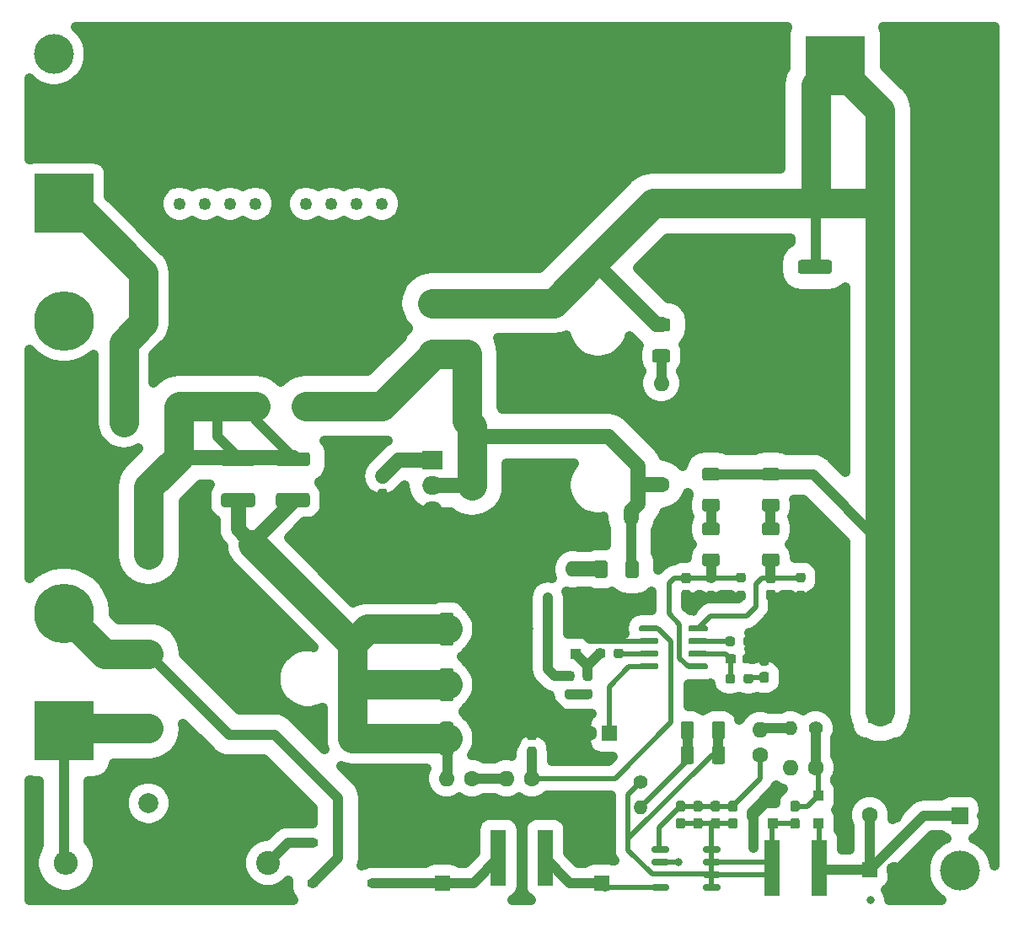
<source format=gbr>
%TF.GenerationSoftware,KiCad,Pcbnew,5.1.9-73d0e3b20d~88~ubuntu20.04.1*%
%TF.CreationDate,2021-03-11T22:23:18-06:00*%
%TF.ProjectId,pfc,7066632e-6b69-4636-9164-5f7063625858,rev?*%
%TF.SameCoordinates,Original*%
%TF.FileFunction,Copper,L1,Top*%
%TF.FilePolarity,Positive*%
%FSLAX46Y46*%
G04 Gerber Fmt 4.6, Leading zero omitted, Abs format (unit mm)*
G04 Created by KiCad (PCBNEW 5.1.9-73d0e3b20d~88~ubuntu20.04.1) date 2021-03-11 22:23:18*
%MOMM*%
%LPD*%
G01*
G04 APERTURE LIST*
%TA.AperFunction,WasherPad*%
%ADD10C,4.000000*%
%TD*%
%TA.AperFunction,ComponentPad*%
%ADD11R,5.999480X5.999480*%
%TD*%
%TA.AperFunction,ComponentPad*%
%ADD12C,5.999480*%
%TD*%
%TA.AperFunction,ComponentPad*%
%ADD13O,1.400000X1.400000*%
%TD*%
%TA.AperFunction,ComponentPad*%
%ADD14C,1.400000*%
%TD*%
%TA.AperFunction,ComponentPad*%
%ADD15O,1.600000X1.600000*%
%TD*%
%TA.AperFunction,ComponentPad*%
%ADD16C,1.600000*%
%TD*%
%TA.AperFunction,ComponentPad*%
%ADD17O,2.000000X1.905000*%
%TD*%
%TA.AperFunction,ComponentPad*%
%ADD18R,2.000000X1.905000*%
%TD*%
%TA.AperFunction,ComponentPad*%
%ADD19O,2.400000X2.400000*%
%TD*%
%TA.AperFunction,ComponentPad*%
%ADD20C,2.400000*%
%TD*%
%TA.AperFunction,SMDPad,CuDef*%
%ADD21R,1.600000X5.700000*%
%TD*%
%TA.AperFunction,ComponentPad*%
%ADD22O,1.700000X1.700000*%
%TD*%
%TA.AperFunction,ComponentPad*%
%ADD23R,1.700000X1.700000*%
%TD*%
%TA.AperFunction,SMDPad,CuDef*%
%ADD24R,1.100000X1.100000*%
%TD*%
%TA.AperFunction,SMDPad,CuDef*%
%ADD25R,1.000000X0.700000*%
%TD*%
%TA.AperFunction,ComponentPad*%
%ADD26O,2.000000X2.000000*%
%TD*%
%TA.AperFunction,ComponentPad*%
%ADD27R,2.000000X2.000000*%
%TD*%
%TA.AperFunction,ComponentPad*%
%ADD28R,1.600000X1.600000*%
%TD*%
%TA.AperFunction,ComponentPad*%
%ADD29R,2.400000X2.400000*%
%TD*%
%TA.AperFunction,ComponentPad*%
%ADD30C,1.250000*%
%TD*%
%TA.AperFunction,ComponentPad*%
%ADD31C,2.000000*%
%TD*%
%TA.AperFunction,ViaPad*%
%ADD32C,0.800000*%
%TD*%
%TA.AperFunction,ViaPad*%
%ADD33C,2.000000*%
%TD*%
%TA.AperFunction,ViaPad*%
%ADD34C,3.000000*%
%TD*%
%TA.AperFunction,Conductor*%
%ADD35C,1.000000*%
%TD*%
%TA.AperFunction,Conductor*%
%ADD36C,3.000000*%
%TD*%
%TA.AperFunction,Conductor*%
%ADD37C,1.500000*%
%TD*%
%TA.AperFunction,Conductor*%
%ADD38C,0.500000*%
%TD*%
%TA.AperFunction,Conductor*%
%ADD39C,0.100000*%
%TD*%
G04 APERTURE END LIST*
D10*
%TO.P,REF\u002A\u002A,*%
%TO.N,*%
X195000000Y-136250000D03*
%TD*%
%TO.P,REF\u002A\u002A,*%
%TO.N,*%
X104000000Y-54250000D03*
%TD*%
D11*
%TO.P,J4,1*%
%TO.N,v120p*%
X105000000Y-122250000D03*
D12*
%TO.P,J4,2*%
%TO.N,v120n*%
X105000000Y-110450000D03*
%TD*%
%TO.P,R10,2*%
%TO.N,Net-(D3-Pad1)*%
%TA.AperFunction,SMDPad,CuDef*%
G36*
G01*
X157837500Y-117200001D02*
X157362500Y-117200001D01*
G75*
G02*
X157125000Y-116962501I0J237500D01*
G01*
X157125000Y-116462501D01*
G75*
G02*
X157362500Y-116225001I237500J0D01*
G01*
X157837500Y-116225001D01*
G75*
G02*
X158075000Y-116462501I0J-237500D01*
G01*
X158075000Y-116962501D01*
G75*
G02*
X157837500Y-117200001I-237500J0D01*
G01*
G37*
%TD.AperFunction*%
%TO.P,R10,1*%
%TO.N,Net-(R10-Pad1)*%
%TA.AperFunction,SMDPad,CuDef*%
G36*
G01*
X157837500Y-119025001D02*
X157362500Y-119025001D01*
G75*
G02*
X157125000Y-118787501I0J237500D01*
G01*
X157125000Y-118287501D01*
G75*
G02*
X157362500Y-118050001I237500J0D01*
G01*
X157837500Y-118050001D01*
G75*
G02*
X158075000Y-118287501I0J-237500D01*
G01*
X158075000Y-118787501D01*
G75*
G02*
X157837500Y-119025001I-237500J0D01*
G01*
G37*
%TD.AperFunction*%
%TD*%
%TO.P,R9,2*%
%TO.N,Net-(R10-Pad1)*%
%TA.AperFunction,SMDPad,CuDef*%
G36*
G01*
X155562500Y-118075000D02*
X156037500Y-118075000D01*
G75*
G02*
X156275000Y-118312500I0J-237500D01*
G01*
X156275000Y-118812500D01*
G75*
G02*
X156037500Y-119050000I-237500J0D01*
G01*
X155562500Y-119050000D01*
G75*
G02*
X155325000Y-118812500I0J237500D01*
G01*
X155325000Y-118312500D01*
G75*
G02*
X155562500Y-118075000I237500J0D01*
G01*
G37*
%TD.AperFunction*%
%TO.P,R9,1*%
%TO.N,Net-(D3-Pad2)*%
%TA.AperFunction,SMDPad,CuDef*%
G36*
G01*
X155562500Y-116250000D02*
X156037500Y-116250000D01*
G75*
G02*
X156275000Y-116487500I0J-237500D01*
G01*
X156275000Y-116987500D01*
G75*
G02*
X156037500Y-117225000I-237500J0D01*
G01*
X155562500Y-117225000D01*
G75*
G02*
X155325000Y-116987500I0J237500D01*
G01*
X155325000Y-116487500D01*
G75*
G02*
X155562500Y-116250000I237500J0D01*
G01*
G37*
%TD.AperFunction*%
%TD*%
D13*
%TO.P,R4,2*%
%TO.N,Net-(R2-Pad2)*%
X177960000Y-122000000D03*
D14*
%TO.P,R4,1*%
%TO.N,Net-(C21-Pad1)*%
X180500000Y-122000000D03*
%TD*%
D13*
%TO.P,R3,2*%
%TO.N,Net-(C19-Pad1)*%
X162940000Y-129960000D03*
D14*
%TO.P,R3,1*%
%TO.N,Net-(C15-Pad2)*%
X162940000Y-127420000D03*
%TD*%
D11*
%TO.P,J2,1*%
%TO.N,vpfc*%
X182474000Y-55414000D03*
D12*
%TO.P,J2,2*%
%TO.N,gnd*%
X194274000Y-55414000D03*
%TD*%
D15*
%TO.P,Rout2,2*%
%TO.N,Net-(C6-Pad2)*%
X165000000Y-87291000D03*
D16*
%TO.P,Rout2,1*%
%TO.N,Net-(C3-Pad1)*%
X165000000Y-97451000D03*
%TD*%
D15*
%TO.P,Rout1,2*%
%TO.N,Net-(C3-Pad2)*%
X156160000Y-106000000D03*
D16*
%TO.P,Rout1,1*%
%TO.N,gnd*%
X146000000Y-106000000D03*
%TD*%
%TO.P,U1,1*%
%TO.N,Net-(C15-Pad2)*%
%TA.AperFunction,SMDPad,CuDef*%
G36*
G01*
X170938000Y-137814000D02*
X170938000Y-138114000D01*
G75*
G02*
X170788000Y-138264000I-150000J0D01*
G01*
X169338000Y-138264000D01*
G75*
G02*
X169188000Y-138114000I0J150000D01*
G01*
X169188000Y-137814000D01*
G75*
G02*
X169338000Y-137664000I150000J0D01*
G01*
X170788000Y-137664000D01*
G75*
G02*
X170938000Y-137814000I0J-150000D01*
G01*
G37*
%TD.AperFunction*%
%TO.P,U1,2*%
%TA.AperFunction,SMDPad,CuDef*%
G36*
G01*
X170938000Y-136544000D02*
X170938000Y-136844000D01*
G75*
G02*
X170788000Y-136994000I-150000J0D01*
G01*
X169338000Y-136994000D01*
G75*
G02*
X169188000Y-136844000I0J150000D01*
G01*
X169188000Y-136544000D01*
G75*
G02*
X169338000Y-136394000I150000J0D01*
G01*
X170788000Y-136394000D01*
G75*
G02*
X170938000Y-136544000I0J-150000D01*
G01*
G37*
%TD.AperFunction*%
%TO.P,U1,3*%
%TA.AperFunction,SMDPad,CuDef*%
G36*
G01*
X170938000Y-135274000D02*
X170938000Y-135574000D01*
G75*
G02*
X170788000Y-135724000I-150000J0D01*
G01*
X169338000Y-135724000D01*
G75*
G02*
X169188000Y-135574000I0J150000D01*
G01*
X169188000Y-135274000D01*
G75*
G02*
X169338000Y-135124000I150000J0D01*
G01*
X170788000Y-135124000D01*
G75*
G02*
X170938000Y-135274000I0J-150000D01*
G01*
G37*
%TD.AperFunction*%
%TO.P,U1,4*%
%TA.AperFunction,SMDPad,CuDef*%
G36*
G01*
X170938000Y-134004000D02*
X170938000Y-134304000D01*
G75*
G02*
X170788000Y-134454000I-150000J0D01*
G01*
X169338000Y-134454000D01*
G75*
G02*
X169188000Y-134304000I0J150000D01*
G01*
X169188000Y-134004000D01*
G75*
G02*
X169338000Y-133854000I150000J0D01*
G01*
X170788000Y-133854000D01*
G75*
G02*
X170938000Y-134004000I0J-150000D01*
G01*
G37*
%TD.AperFunction*%
%TO.P,U1,5*%
%TO.N,Net-(C15-Pad1)*%
%TA.AperFunction,SMDPad,CuDef*%
G36*
G01*
X165788000Y-134004000D02*
X165788000Y-134304000D01*
G75*
G02*
X165638000Y-134454000I-150000J0D01*
G01*
X164188000Y-134454000D01*
G75*
G02*
X164038000Y-134304000I0J150000D01*
G01*
X164038000Y-134004000D01*
G75*
G02*
X164188000Y-133854000I150000J0D01*
G01*
X165638000Y-133854000D01*
G75*
G02*
X165788000Y-134004000I0J-150000D01*
G01*
G37*
%TD.AperFunction*%
%TO.P,U1,6*%
%TO.N,Net-(C19-Pad1)*%
%TA.AperFunction,SMDPad,CuDef*%
G36*
G01*
X165788000Y-135274000D02*
X165788000Y-135574000D01*
G75*
G02*
X165638000Y-135724000I-150000J0D01*
G01*
X164188000Y-135724000D01*
G75*
G02*
X164038000Y-135574000I0J150000D01*
G01*
X164038000Y-135274000D01*
G75*
G02*
X164188000Y-135124000I150000J0D01*
G01*
X165638000Y-135124000D01*
G75*
G02*
X165788000Y-135274000I0J-150000D01*
G01*
G37*
%TD.AperFunction*%
%TO.P,U1,7*%
%TO.N,Net-(C14-Pad1)*%
%TA.AperFunction,SMDPad,CuDef*%
G36*
G01*
X165788000Y-137814000D02*
X165788000Y-138114000D01*
G75*
G02*
X165638000Y-138264000I-150000J0D01*
G01*
X164188000Y-138264000D01*
G75*
G02*
X164038000Y-138114000I0J150000D01*
G01*
X164038000Y-137814000D01*
G75*
G02*
X164188000Y-137664000I150000J0D01*
G01*
X165638000Y-137664000D01*
G75*
G02*
X165788000Y-137814000I0J-150000D01*
G01*
G37*
%TD.AperFunction*%
%TD*%
D17*
%TO.P,Q1,3*%
%TO.N,gnd*%
X142000000Y-100080000D03*
%TO.P,Q1,2*%
%TO.N,Net-(C3-Pad1)*%
X142000000Y-97540000D03*
D18*
%TO.P,Q1,1*%
%TO.N,Net-(D3-Pad2)*%
X142000000Y-95000000D03*
%TD*%
%TO.P,U2,8*%
%TO.N,vcc*%
%TA.AperFunction,SMDPad,CuDef*%
G36*
G01*
X164706800Y-115614400D02*
X164706800Y-115914400D01*
G75*
G02*
X164556800Y-116064400I-150000J0D01*
G01*
X162906800Y-116064400D01*
G75*
G02*
X162756800Y-115914400I0J150000D01*
G01*
X162756800Y-115614400D01*
G75*
G02*
X162906800Y-115464400I150000J0D01*
G01*
X164556800Y-115464400D01*
G75*
G02*
X164706800Y-115614400I0J-150000D01*
G01*
G37*
%TD.AperFunction*%
%TO.P,U2,7*%
%TO.N,out*%
%TA.AperFunction,SMDPad,CuDef*%
G36*
G01*
X164706800Y-114344400D02*
X164706800Y-114644400D01*
G75*
G02*
X164556800Y-114794400I-150000J0D01*
G01*
X162906800Y-114794400D01*
G75*
G02*
X162756800Y-114644400I0J150000D01*
G01*
X162756800Y-114344400D01*
G75*
G02*
X162906800Y-114194400I150000J0D01*
G01*
X164556800Y-114194400D01*
G75*
G02*
X164706800Y-114344400I0J-150000D01*
G01*
G37*
%TD.AperFunction*%
%TO.P,U2,6*%
%TO.N,gnd*%
%TA.AperFunction,SMDPad,CuDef*%
G36*
G01*
X164706800Y-113074400D02*
X164706800Y-113374400D01*
G75*
G02*
X164556800Y-113524400I-150000J0D01*
G01*
X162906800Y-113524400D01*
G75*
G02*
X162756800Y-113374400I0J150000D01*
G01*
X162756800Y-113074400D01*
G75*
G02*
X162906800Y-112924400I150000J0D01*
G01*
X164556800Y-112924400D01*
G75*
G02*
X164706800Y-113074400I0J-150000D01*
G01*
G37*
%TD.AperFunction*%
%TO.P,U2,5*%
%TO.N,is*%
%TA.AperFunction,SMDPad,CuDef*%
G36*
G01*
X164706800Y-111804400D02*
X164706800Y-112104400D01*
G75*
G02*
X164556800Y-112254400I-150000J0D01*
G01*
X162906800Y-112254400D01*
G75*
G02*
X162756800Y-112104400I0J150000D01*
G01*
X162756800Y-111804400D01*
G75*
G02*
X162906800Y-111654400I150000J0D01*
G01*
X164556800Y-111654400D01*
G75*
G02*
X164706800Y-111804400I0J-150000D01*
G01*
G37*
%TD.AperFunction*%
%TO.P,U2,4*%
%TO.N,ovp*%
%TA.AperFunction,SMDPad,CuDef*%
G36*
G01*
X169656800Y-111804400D02*
X169656800Y-112104400D01*
G75*
G02*
X169506800Y-112254400I-150000J0D01*
G01*
X167856800Y-112254400D01*
G75*
G02*
X167706800Y-112104400I0J150000D01*
G01*
X167706800Y-111804400D01*
G75*
G02*
X167856800Y-111654400I150000J0D01*
G01*
X169506800Y-111654400D01*
G75*
G02*
X169656800Y-111804400I0J-150000D01*
G01*
G37*
%TD.AperFunction*%
%TO.P,U2,3*%
%TO.N,Net-(Rt1-Pad2)*%
%TA.AperFunction,SMDPad,CuDef*%
G36*
G01*
X169656800Y-113074400D02*
X169656800Y-113374400D01*
G75*
G02*
X169506800Y-113524400I-150000J0D01*
G01*
X167856800Y-113524400D01*
G75*
G02*
X167706800Y-113374400I0J150000D01*
G01*
X167706800Y-113074400D01*
G75*
G02*
X167856800Y-112924400I150000J0D01*
G01*
X169506800Y-112924400D01*
G75*
G02*
X169656800Y-113074400I0J-150000D01*
G01*
G37*
%TD.AperFunction*%
%TO.P,U2,2*%
%TO.N,Net-(Ceo1-Pad1)*%
%TA.AperFunction,SMDPad,CuDef*%
G36*
G01*
X169656800Y-114344400D02*
X169656800Y-114644400D01*
G75*
G02*
X169506800Y-114794400I-150000J0D01*
G01*
X167856800Y-114794400D01*
G75*
G02*
X167706800Y-114644400I0J150000D01*
G01*
X167706800Y-114344400D01*
G75*
G02*
X167856800Y-114194400I150000J0D01*
G01*
X169506800Y-114194400D01*
G75*
G02*
X169656800Y-114344400I0J-150000D01*
G01*
G37*
%TD.AperFunction*%
%TO.P,U2,1*%
%TO.N,vs*%
%TA.AperFunction,SMDPad,CuDef*%
G36*
G01*
X169656800Y-115614400D02*
X169656800Y-115914400D01*
G75*
G02*
X169506800Y-116064400I-150000J0D01*
G01*
X167856800Y-116064400D01*
G75*
G02*
X167706800Y-115914400I0J150000D01*
G01*
X167706800Y-115614400D01*
G75*
G02*
X167856800Y-115464400I150000J0D01*
G01*
X169506800Y-115464400D01*
G75*
G02*
X169656800Y-115614400I0J-150000D01*
G01*
G37*
%TD.AperFunction*%
%TD*%
%TO.P,Rvsl2,2*%
%TO.N,gnd*%
%TA.AperFunction,SMDPad,CuDef*%
G36*
G01*
X172762500Y-108175000D02*
X173237500Y-108175000D01*
G75*
G02*
X173475000Y-108412500I0J-237500D01*
G01*
X173475000Y-108912500D01*
G75*
G02*
X173237500Y-109150000I-237500J0D01*
G01*
X172762500Y-109150000D01*
G75*
G02*
X172525000Y-108912500I0J237500D01*
G01*
X172525000Y-108412500D01*
G75*
G02*
X172762500Y-108175000I237500J0D01*
G01*
G37*
%TD.AperFunction*%
%TO.P,Rvsl2,1*%
%TO.N,vs*%
%TA.AperFunction,SMDPad,CuDef*%
G36*
G01*
X172762500Y-106350000D02*
X173237500Y-106350000D01*
G75*
G02*
X173475000Y-106587500I0J-237500D01*
G01*
X173475000Y-107087500D01*
G75*
G02*
X173237500Y-107325000I-237500J0D01*
G01*
X172762500Y-107325000D01*
G75*
G02*
X172525000Y-107087500I0J237500D01*
G01*
X172525000Y-106587500D01*
G75*
G02*
X172762500Y-106350000I237500J0D01*
G01*
G37*
%TD.AperFunction*%
%TD*%
%TO.P,Rvsl1,2*%
%TO.N,gnd*%
%TA.AperFunction,SMDPad,CuDef*%
G36*
G01*
X169762500Y-108175000D02*
X170237500Y-108175000D01*
G75*
G02*
X170475000Y-108412500I0J-237500D01*
G01*
X170475000Y-108912500D01*
G75*
G02*
X170237500Y-109150000I-237500J0D01*
G01*
X169762500Y-109150000D01*
G75*
G02*
X169525000Y-108912500I0J237500D01*
G01*
X169525000Y-108412500D01*
G75*
G02*
X169762500Y-108175000I237500J0D01*
G01*
G37*
%TD.AperFunction*%
%TO.P,Rvsl1,1*%
%TO.N,vs*%
%TA.AperFunction,SMDPad,CuDef*%
G36*
G01*
X169762500Y-106350000D02*
X170237500Y-106350000D01*
G75*
G02*
X170475000Y-106587500I0J-237500D01*
G01*
X170475000Y-107087500D01*
G75*
G02*
X170237500Y-107325000I-237500J0D01*
G01*
X169762500Y-107325000D01*
G75*
G02*
X169525000Y-107087500I0J237500D01*
G01*
X169525000Y-106587500D01*
G75*
G02*
X169762500Y-106350000I237500J0D01*
G01*
G37*
%TD.AperFunction*%
%TD*%
%TO.P,Rvsh2,2*%
%TO.N,vs*%
%TA.AperFunction,SMDPad,CuDef*%
G36*
G01*
X169375000Y-104400000D02*
X170625000Y-104400000D01*
G75*
G02*
X170875000Y-104650000I0J-250000D01*
G01*
X170875000Y-105450000D01*
G75*
G02*
X170625000Y-105700000I-250000J0D01*
G01*
X169375000Y-105700000D01*
G75*
G02*
X169125000Y-105450000I0J250000D01*
G01*
X169125000Y-104650000D01*
G75*
G02*
X169375000Y-104400000I250000J0D01*
G01*
G37*
%TD.AperFunction*%
%TO.P,Rvsh2,1*%
%TO.N,Net-(Rvsh1-Pad2)*%
%TA.AperFunction,SMDPad,CuDef*%
G36*
G01*
X169375000Y-101300000D02*
X170625000Y-101300000D01*
G75*
G02*
X170875000Y-101550000I0J-250000D01*
G01*
X170875000Y-102350000D01*
G75*
G02*
X170625000Y-102600000I-250000J0D01*
G01*
X169375000Y-102600000D01*
G75*
G02*
X169125000Y-102350000I0J250000D01*
G01*
X169125000Y-101550000D01*
G75*
G02*
X169375000Y-101300000I250000J0D01*
G01*
G37*
%TD.AperFunction*%
%TD*%
%TO.P,Rvsh1,2*%
%TO.N,Net-(Rvsh1-Pad2)*%
%TA.AperFunction,SMDPad,CuDef*%
G36*
G01*
X169375000Y-98900000D02*
X170625000Y-98900000D01*
G75*
G02*
X170875000Y-99150000I0J-250000D01*
G01*
X170875000Y-99950000D01*
G75*
G02*
X170625000Y-100200000I-250000J0D01*
G01*
X169375000Y-100200000D01*
G75*
G02*
X169125000Y-99950000I0J250000D01*
G01*
X169125000Y-99150000D01*
G75*
G02*
X169375000Y-98900000I250000J0D01*
G01*
G37*
%TD.AperFunction*%
%TO.P,Rvsh1,1*%
%TO.N,vpfc*%
%TA.AperFunction,SMDPad,CuDef*%
G36*
G01*
X169375000Y-95800000D02*
X170625000Y-95800000D01*
G75*
G02*
X170875000Y-96050000I0J-250000D01*
G01*
X170875000Y-96850000D01*
G75*
G02*
X170625000Y-97100000I-250000J0D01*
G01*
X169375000Y-97100000D01*
G75*
G02*
X169125000Y-96850000I0J250000D01*
G01*
X169125000Y-96050000D01*
G75*
G02*
X169375000Y-95800000I250000J0D01*
G01*
G37*
%TD.AperFunction*%
%TD*%
%TO.P,Rt1,2*%
%TO.N,Net-(Rt1-Pad2)*%
%TA.AperFunction,SMDPad,CuDef*%
G36*
G01*
X172416000Y-113012500D02*
X172416000Y-113487500D01*
G75*
G02*
X172178500Y-113725000I-237500J0D01*
G01*
X171678500Y-113725000D01*
G75*
G02*
X171441000Y-113487500I0J237500D01*
G01*
X171441000Y-113012500D01*
G75*
G02*
X171678500Y-112775000I237500J0D01*
G01*
X172178500Y-112775000D01*
G75*
G02*
X172416000Y-113012500I0J-237500D01*
G01*
G37*
%TD.AperFunction*%
%TO.P,Rt1,1*%
%TO.N,gnd*%
%TA.AperFunction,SMDPad,CuDef*%
G36*
G01*
X174241000Y-113012500D02*
X174241000Y-113487500D01*
G75*
G02*
X174003500Y-113725000I-237500J0D01*
G01*
X173503500Y-113725000D01*
G75*
G02*
X173266000Y-113487500I0J237500D01*
G01*
X173266000Y-113012500D01*
G75*
G02*
X173503500Y-112775000I237500J0D01*
G01*
X174003500Y-112775000D01*
G75*
G02*
X174241000Y-113012500I0J-237500D01*
G01*
G37*
%TD.AperFunction*%
%TD*%
%TO.P,Rovpl1,2*%
%TO.N,gnd*%
%TA.AperFunction,SMDPad,CuDef*%
G36*
G01*
X178762500Y-108175000D02*
X179237500Y-108175000D01*
G75*
G02*
X179475000Y-108412500I0J-237500D01*
G01*
X179475000Y-108912500D01*
G75*
G02*
X179237500Y-109150000I-237500J0D01*
G01*
X178762500Y-109150000D01*
G75*
G02*
X178525000Y-108912500I0J237500D01*
G01*
X178525000Y-108412500D01*
G75*
G02*
X178762500Y-108175000I237500J0D01*
G01*
G37*
%TD.AperFunction*%
%TO.P,Rovpl1,1*%
%TO.N,ovp*%
%TA.AperFunction,SMDPad,CuDef*%
G36*
G01*
X178762500Y-106350000D02*
X179237500Y-106350000D01*
G75*
G02*
X179475000Y-106587500I0J-237500D01*
G01*
X179475000Y-107087500D01*
G75*
G02*
X179237500Y-107325000I-237500J0D01*
G01*
X178762500Y-107325000D01*
G75*
G02*
X178525000Y-107087500I0J237500D01*
G01*
X178525000Y-106587500D01*
G75*
G02*
X178762500Y-106350000I237500J0D01*
G01*
G37*
%TD.AperFunction*%
%TD*%
%TO.P,Rovph2,2*%
%TO.N,ovp*%
%TA.AperFunction,SMDPad,CuDef*%
G36*
G01*
X175375000Y-104400000D02*
X176625000Y-104400000D01*
G75*
G02*
X176875000Y-104650000I0J-250000D01*
G01*
X176875000Y-105450000D01*
G75*
G02*
X176625000Y-105700000I-250000J0D01*
G01*
X175375000Y-105700000D01*
G75*
G02*
X175125000Y-105450000I0J250000D01*
G01*
X175125000Y-104650000D01*
G75*
G02*
X175375000Y-104400000I250000J0D01*
G01*
G37*
%TD.AperFunction*%
%TO.P,Rovph2,1*%
%TO.N,Net-(Rovph1-Pad2)*%
%TA.AperFunction,SMDPad,CuDef*%
G36*
G01*
X175375000Y-101300000D02*
X176625000Y-101300000D01*
G75*
G02*
X176875000Y-101550000I0J-250000D01*
G01*
X176875000Y-102350000D01*
G75*
G02*
X176625000Y-102600000I-250000J0D01*
G01*
X175375000Y-102600000D01*
G75*
G02*
X175125000Y-102350000I0J250000D01*
G01*
X175125000Y-101550000D01*
G75*
G02*
X175375000Y-101300000I250000J0D01*
G01*
G37*
%TD.AperFunction*%
%TD*%
%TO.P,Rovph1,2*%
%TO.N,Net-(Rovph1-Pad2)*%
%TA.AperFunction,SMDPad,CuDef*%
G36*
G01*
X175375000Y-98900000D02*
X176625000Y-98900000D01*
G75*
G02*
X176875000Y-99150000I0J-250000D01*
G01*
X176875000Y-99950000D01*
G75*
G02*
X176625000Y-100200000I-250000J0D01*
G01*
X175375000Y-100200000D01*
G75*
G02*
X175125000Y-99950000I0J250000D01*
G01*
X175125000Y-99150000D01*
G75*
G02*
X175375000Y-98900000I250000J0D01*
G01*
G37*
%TD.AperFunction*%
%TO.P,Rovph1,1*%
%TO.N,vpfc*%
%TA.AperFunction,SMDPad,CuDef*%
G36*
G01*
X175375000Y-95800000D02*
X176625000Y-95800000D01*
G75*
G02*
X176875000Y-96050000I0J-250000D01*
G01*
X176875000Y-96850000D01*
G75*
G02*
X176625000Y-97100000I-250000J0D01*
G01*
X175375000Y-97100000D01*
G75*
G02*
X175125000Y-96850000I0J250000D01*
G01*
X175125000Y-96050000D01*
G75*
G02*
X175375000Y-95800000I250000J0D01*
G01*
G37*
%TD.AperFunction*%
%TD*%
%TO.P,R11,2*%
%TO.N,out*%
%TA.AperFunction,SMDPad,CuDef*%
G36*
G01*
X160225000Y-114687500D02*
X160225000Y-114212500D01*
G75*
G02*
X160462500Y-113975000I237500J0D01*
G01*
X160962500Y-113975000D01*
G75*
G02*
X161200000Y-114212500I0J-237500D01*
G01*
X161200000Y-114687500D01*
G75*
G02*
X160962500Y-114925000I-237500J0D01*
G01*
X160462500Y-114925000D01*
G75*
G02*
X160225000Y-114687500I0J237500D01*
G01*
G37*
%TD.AperFunction*%
%TO.P,R11,1*%
%TO.N,Net-(D3-Pad1)*%
%TA.AperFunction,SMDPad,CuDef*%
G36*
G01*
X158400000Y-114687500D02*
X158400000Y-114212500D01*
G75*
G02*
X158637500Y-113975000I237500J0D01*
G01*
X159137500Y-113975000D01*
G75*
G02*
X159375000Y-114212500I0J-237500D01*
G01*
X159375000Y-114687500D01*
G75*
G02*
X159137500Y-114925000I-237500J0D01*
G01*
X158637500Y-114925000D01*
G75*
G02*
X158400000Y-114687500I0J237500D01*
G01*
G37*
%TD.AperFunction*%
%TD*%
D15*
%TO.P,Risf2,2*%
%TO.N,Net-(Risf1-Pad1)*%
X149460000Y-127000000D03*
D16*
%TO.P,Risf2,1*%
%TO.N,is*%
X152000000Y-127000000D03*
%TD*%
D15*
%TO.P,Risf1,2*%
%TO.N,Net-(C1-Pad2)*%
X143460000Y-127000000D03*
D16*
%TO.P,Risf1,1*%
%TO.N,Net-(Risf1-Pad1)*%
X146000000Y-127000000D03*
%TD*%
%TO.P,Ris3,2*%
%TO.N,gnd*%
%TA.AperFunction,SMDPad,CuDef*%
G36*
G01*
X148850000Y-124425001D02*
X148850000Y-121574999D01*
G75*
G02*
X149099999Y-121325000I249999J0D01*
G01*
X150000001Y-121325000D01*
G75*
G02*
X150250000Y-121574999I0J-249999D01*
G01*
X150250000Y-124425001D01*
G75*
G02*
X150000001Y-124675000I-249999J0D01*
G01*
X149099999Y-124675000D01*
G75*
G02*
X148850000Y-124425001I0J249999D01*
G01*
G37*
%TD.AperFunction*%
%TO.P,Ris3,1*%
%TO.N,Net-(C1-Pad2)*%
%TA.AperFunction,SMDPad,CuDef*%
G36*
G01*
X142750000Y-124425001D02*
X142750000Y-121574999D01*
G75*
G02*
X142999999Y-121325000I249999J0D01*
G01*
X143900001Y-121325000D01*
G75*
G02*
X144150000Y-121574999I0J-249999D01*
G01*
X144150000Y-124425001D01*
G75*
G02*
X143900001Y-124675000I-249999J0D01*
G01*
X142999999Y-124675000D01*
G75*
G02*
X142750000Y-124425001I0J249999D01*
G01*
G37*
%TD.AperFunction*%
%TD*%
%TO.P,Ris2,2*%
%TO.N,gnd*%
%TA.AperFunction,SMDPad,CuDef*%
G36*
G01*
X148850000Y-119025001D02*
X148850000Y-116174999D01*
G75*
G02*
X149099999Y-115925000I249999J0D01*
G01*
X150000001Y-115925000D01*
G75*
G02*
X150250000Y-116174999I0J-249999D01*
G01*
X150250000Y-119025001D01*
G75*
G02*
X150000001Y-119275000I-249999J0D01*
G01*
X149099999Y-119275000D01*
G75*
G02*
X148850000Y-119025001I0J249999D01*
G01*
G37*
%TD.AperFunction*%
%TO.P,Ris2,1*%
%TO.N,Net-(C1-Pad2)*%
%TA.AperFunction,SMDPad,CuDef*%
G36*
G01*
X142750000Y-119025001D02*
X142750000Y-116174999D01*
G75*
G02*
X142999999Y-115925000I249999J0D01*
G01*
X143900001Y-115925000D01*
G75*
G02*
X144150000Y-116174999I0J-249999D01*
G01*
X144150000Y-119025001D01*
G75*
G02*
X143900001Y-119275000I-249999J0D01*
G01*
X142999999Y-119275000D01*
G75*
G02*
X142750000Y-119025001I0J249999D01*
G01*
G37*
%TD.AperFunction*%
%TD*%
%TO.P,Ris1,2*%
%TO.N,gnd*%
%TA.AperFunction,SMDPad,CuDef*%
G36*
G01*
X148850000Y-113425001D02*
X148850000Y-110574999D01*
G75*
G02*
X149099999Y-110325000I249999J0D01*
G01*
X150000001Y-110325000D01*
G75*
G02*
X150250000Y-110574999I0J-249999D01*
G01*
X150250000Y-113425001D01*
G75*
G02*
X150000001Y-113675000I-249999J0D01*
G01*
X149099999Y-113675000D01*
G75*
G02*
X148850000Y-113425001I0J249999D01*
G01*
G37*
%TD.AperFunction*%
%TO.P,Ris1,1*%
%TO.N,Net-(C1-Pad2)*%
%TA.AperFunction,SMDPad,CuDef*%
G36*
G01*
X142750000Y-113425001D02*
X142750000Y-110574999D01*
G75*
G02*
X142999999Y-110325000I249999J0D01*
G01*
X143900001Y-110325000D01*
G75*
G02*
X144150000Y-110574999I0J-249999D01*
G01*
X144150000Y-113425001D01*
G75*
G02*
X143900001Y-113675000I-249999J0D01*
G01*
X142999999Y-113675000D01*
G75*
G02*
X142750000Y-113425001I0J249999D01*
G01*
G37*
%TD.AperFunction*%
%TD*%
%TO.P,Rgs1,2*%
%TO.N,Net-(D3-Pad2)*%
%TA.AperFunction,SMDPad,CuDef*%
G36*
G01*
X137237500Y-97075000D02*
X136762500Y-97075000D01*
G75*
G02*
X136525000Y-96837500I0J237500D01*
G01*
X136525000Y-96337500D01*
G75*
G02*
X136762500Y-96100000I237500J0D01*
G01*
X137237500Y-96100000D01*
G75*
G02*
X137475000Y-96337500I0J-237500D01*
G01*
X137475000Y-96837500D01*
G75*
G02*
X137237500Y-97075000I-237500J0D01*
G01*
G37*
%TD.AperFunction*%
%TO.P,Rgs1,1*%
%TO.N,gnd*%
%TA.AperFunction,SMDPad,CuDef*%
G36*
G01*
X137237500Y-98900000D02*
X136762500Y-98900000D01*
G75*
G02*
X136525000Y-98662500I0J237500D01*
G01*
X136525000Y-98162500D01*
G75*
G02*
X136762500Y-97925000I237500J0D01*
G01*
X137237500Y-97925000D01*
G75*
G02*
X137475000Y-98162500I0J-237500D01*
G01*
X137475000Y-98662500D01*
G75*
G02*
X137237500Y-98900000I-237500J0D01*
G01*
G37*
%TD.AperFunction*%
%TD*%
%TO.P,Reo1,2*%
%TO.N,Net-(Ceo2-Pad1)*%
%TA.AperFunction,SMDPad,CuDef*%
G36*
G01*
X173266000Y-117237500D02*
X173266000Y-116762500D01*
G75*
G02*
X173503500Y-116525000I237500J0D01*
G01*
X174003500Y-116525000D01*
G75*
G02*
X174241000Y-116762500I0J-237500D01*
G01*
X174241000Y-117237500D01*
G75*
G02*
X174003500Y-117475000I-237500J0D01*
G01*
X173503500Y-117475000D01*
G75*
G02*
X173266000Y-117237500I0J237500D01*
G01*
G37*
%TD.AperFunction*%
%TO.P,Reo1,1*%
%TO.N,Net-(Ceo1-Pad1)*%
%TA.AperFunction,SMDPad,CuDef*%
G36*
G01*
X171441000Y-117237500D02*
X171441000Y-116762500D01*
G75*
G02*
X171678500Y-116525000I237500J0D01*
G01*
X172178500Y-116525000D01*
G75*
G02*
X172416000Y-116762500I0J-237500D01*
G01*
X172416000Y-117237500D01*
G75*
G02*
X172178500Y-117475000I-237500J0D01*
G01*
X171678500Y-117475000D01*
G75*
G02*
X171441000Y-117237500I0J237500D01*
G01*
G37*
%TD.AperFunction*%
%TD*%
D19*
%TO.P,R8,2*%
%TO.N,gnd*%
X155100000Y-61700000D03*
D20*
%TO.P,R8,1*%
%TO.N,vpfc*%
X180500000Y-61700000D03*
%TD*%
D19*
%TO.P,R7,2*%
%TO.N,gnd*%
X155100000Y-69250000D03*
D20*
%TO.P,R7,1*%
%TO.N,vpfc*%
X180500000Y-69250000D03*
%TD*%
D15*
%TO.P,R6,2*%
%TO.N,gnd*%
X188480000Y-130670000D03*
D16*
%TO.P,R6,1*%
%TO.N,vcc*%
X185940000Y-130670000D03*
%TD*%
D15*
%TO.P,R5,2*%
%TO.N,Net-(C19-Pad1)*%
X177960000Y-125920000D03*
D16*
%TO.P,R5,1*%
%TO.N,Net-(C21-Pad1)*%
X180500000Y-125920000D03*
%TD*%
D15*
%TO.P,R2,2*%
%TO.N,Net-(R2-Pad2)*%
X174940000Y-122130000D03*
D16*
%TO.P,R2,1*%
%TO.N,Net-(C15-Pad1)*%
X174940000Y-124670000D03*
%TD*%
D19*
%TO.P,R1,2*%
%TO.N,v120p*%
X105180000Y-135500000D03*
D20*
%TO.P,R1,1*%
%TO.N,Net-(D4-Pad3)*%
X125500000Y-135500000D03*
%TD*%
D21*
%TO.P,L3,2*%
%TO.N,Net-(C15-Pad2)*%
X176150000Y-136000000D03*
%TO.P,L3,1*%
%TO.N,vcc*%
X180850000Y-136000000D03*
%TD*%
%TO.P,L2,2*%
%TO.N,Net-(C13-Pad1)*%
X148650000Y-135000000D03*
%TO.P,L2,1*%
%TO.N,Net-(C14-Pad1)*%
X153350000Y-135000000D03*
%TD*%
D22*
%TO.P,J3,2*%
%TO.N,gnd*%
X197540000Y-130750000D03*
D23*
%TO.P,J3,1*%
%TO.N,vcc*%
X195000000Y-130750000D03*
%TD*%
D24*
%TO.P,D6,2*%
%TO.N,vcc*%
X180750000Y-131570000D03*
%TO.P,D6,1*%
%TO.N,Net-(C21-Pad1)*%
X180750000Y-128770000D03*
%TD*%
%TO.P,D5,2*%
%TO.N,gnd*%
X176190000Y-128770000D03*
%TO.P,D5,1*%
%TO.N,Net-(C15-Pad2)*%
X176190000Y-131570000D03*
%TD*%
D25*
%TO.P,D4,4*%
%TO.N,v120n*%
X130025000Y-137500000D03*
%TO.P,D4,3*%
%TO.N,Net-(D4-Pad3)*%
X130025000Y-133500000D03*
%TO.P,D4,2*%
%TO.N,gnd*%
X135975000Y-133500000D03*
%TO.P,D4,1*%
%TO.N,Net-(C13-Pad1)*%
X135975000Y-137500000D03*
%TD*%
D24*
%TO.P,D3,2*%
%TO.N,Net-(D3-Pad2)*%
X153600000Y-114500000D03*
%TO.P,D3,1*%
%TO.N,Net-(D3-Pad1)*%
X156400000Y-114500000D03*
%TD*%
D26*
%TO.P,D2,2*%
%TO.N,Net-(C3-Pad1)*%
X142000000Y-84330000D03*
D27*
%TO.P,D2,1*%
%TO.N,vpfc*%
X142000000Y-79250000D03*
%TD*%
%TO.P,Cisf1,2*%
%TO.N,gnd*%
%TA.AperFunction,SMDPad,CuDef*%
G36*
G01*
X152237500Y-123175000D02*
X151762500Y-123175000D01*
G75*
G02*
X151525000Y-122937500I0J237500D01*
G01*
X151525000Y-122337500D01*
G75*
G02*
X151762500Y-122100000I237500J0D01*
G01*
X152237500Y-122100000D01*
G75*
G02*
X152475000Y-122337500I0J-237500D01*
G01*
X152475000Y-122937500D01*
G75*
G02*
X152237500Y-123175000I-237500J0D01*
G01*
G37*
%TD.AperFunction*%
%TO.P,Cisf1,1*%
%TO.N,is*%
%TA.AperFunction,SMDPad,CuDef*%
G36*
G01*
X152237500Y-124900000D02*
X151762500Y-124900000D01*
G75*
G02*
X151525000Y-124662500I0J237500D01*
G01*
X151525000Y-124062500D01*
G75*
G02*
X151762500Y-123825000I237500J0D01*
G01*
X152237500Y-123825000D01*
G75*
G02*
X152475000Y-124062500I0J-237500D01*
G01*
X152475000Y-124662500D01*
G75*
G02*
X152237500Y-124900000I-237500J0D01*
G01*
G37*
%TD.AperFunction*%
%TD*%
%TO.P,Ceo2,2*%
%TO.N,gnd*%
%TA.AperFunction,SMDPad,CuDef*%
G36*
G01*
X175578500Y-115675000D02*
X175103500Y-115675000D01*
G75*
G02*
X174866000Y-115437500I0J237500D01*
G01*
X174866000Y-114837500D01*
G75*
G02*
X175103500Y-114600000I237500J0D01*
G01*
X175578500Y-114600000D01*
G75*
G02*
X175816000Y-114837500I0J-237500D01*
G01*
X175816000Y-115437500D01*
G75*
G02*
X175578500Y-115675000I-237500J0D01*
G01*
G37*
%TD.AperFunction*%
%TO.P,Ceo2,1*%
%TO.N,Net-(Ceo2-Pad1)*%
%TA.AperFunction,SMDPad,CuDef*%
G36*
G01*
X175578500Y-117400000D02*
X175103500Y-117400000D01*
G75*
G02*
X174866000Y-117162500I0J237500D01*
G01*
X174866000Y-116562500D01*
G75*
G02*
X175103500Y-116325000I237500J0D01*
G01*
X175578500Y-116325000D01*
G75*
G02*
X175816000Y-116562500I0J-237500D01*
G01*
X175816000Y-117162500D01*
G75*
G02*
X175578500Y-117400000I-237500J0D01*
G01*
G37*
%TD.AperFunction*%
%TD*%
%TO.P,Ceo1,2*%
%TO.N,gnd*%
%TA.AperFunction,SMDPad,CuDef*%
G36*
G01*
X173166000Y-115237500D02*
X173166000Y-114762500D01*
G75*
G02*
X173403500Y-114525000I237500J0D01*
G01*
X174003500Y-114525000D01*
G75*
G02*
X174241000Y-114762500I0J-237500D01*
G01*
X174241000Y-115237500D01*
G75*
G02*
X174003500Y-115475000I-237500J0D01*
G01*
X173403500Y-115475000D01*
G75*
G02*
X173166000Y-115237500I0J237500D01*
G01*
G37*
%TD.AperFunction*%
%TO.P,Ceo1,1*%
%TO.N,Net-(Ceo1-Pad1)*%
%TA.AperFunction,SMDPad,CuDef*%
G36*
G01*
X171441000Y-115237500D02*
X171441000Y-114762500D01*
G75*
G02*
X171678500Y-114525000I237500J0D01*
G01*
X172278500Y-114525000D01*
G75*
G02*
X172516000Y-114762500I0J-237500D01*
G01*
X172516000Y-115237500D01*
G75*
G02*
X172278500Y-115475000I-237500J0D01*
G01*
X171678500Y-115475000D01*
G75*
G02*
X171441000Y-115237500I0J237500D01*
G01*
G37*
%TD.AperFunction*%
%TD*%
D16*
%TO.P,C22,2*%
%TO.N,gnd*%
X188440000Y-136170000D03*
D28*
%TO.P,C22,1*%
%TO.N,vcc*%
X185940000Y-136170000D03*
%TD*%
%TO.P,C21,2*%
%TO.N,Net-(C15-Pad2)*%
%TA.AperFunction,SMDPad,CuDef*%
G36*
G01*
X178202500Y-130995000D02*
X178677500Y-130995000D01*
G75*
G02*
X178915000Y-131232500I0J-237500D01*
G01*
X178915000Y-131832500D01*
G75*
G02*
X178677500Y-132070000I-237500J0D01*
G01*
X178202500Y-132070000D01*
G75*
G02*
X177965000Y-131832500I0J237500D01*
G01*
X177965000Y-131232500D01*
G75*
G02*
X178202500Y-130995000I237500J0D01*
G01*
G37*
%TD.AperFunction*%
%TO.P,C21,1*%
%TO.N,Net-(C21-Pad1)*%
%TA.AperFunction,SMDPad,CuDef*%
G36*
G01*
X178202500Y-129270000D02*
X178677500Y-129270000D01*
G75*
G02*
X178915000Y-129507500I0J-237500D01*
G01*
X178915000Y-130107500D01*
G75*
G02*
X178677500Y-130345000I-237500J0D01*
G01*
X178202500Y-130345000D01*
G75*
G02*
X177965000Y-130107500I0J237500D01*
G01*
X177965000Y-129507500D01*
G75*
G02*
X178202500Y-129270000I237500J0D01*
G01*
G37*
%TD.AperFunction*%
%TD*%
%TO.P,C20,2*%
%TO.N,Net-(C15-Pad2)*%
%TA.AperFunction,SMDPad,CuDef*%
G36*
G01*
X170090000Y-122820001D02*
X170090000Y-121519999D01*
G75*
G02*
X170339999Y-121270000I249999J0D01*
G01*
X171165001Y-121270000D01*
G75*
G02*
X171415000Y-121519999I0J-249999D01*
G01*
X171415000Y-122820001D01*
G75*
G02*
X171165001Y-123070000I-249999J0D01*
G01*
X170339999Y-123070000D01*
G75*
G02*
X170090000Y-122820001I0J249999D01*
G01*
G37*
%TD.AperFunction*%
%TO.P,C20,1*%
%TO.N,Net-(C19-Pad1)*%
%TA.AperFunction,SMDPad,CuDef*%
G36*
G01*
X166965000Y-122820001D02*
X166965000Y-121519999D01*
G75*
G02*
X167214999Y-121270000I249999J0D01*
G01*
X168040001Y-121270000D01*
G75*
G02*
X168290000Y-121519999I0J-249999D01*
G01*
X168290000Y-122820001D01*
G75*
G02*
X168040001Y-123070000I-249999J0D01*
G01*
X167214999Y-123070000D01*
G75*
G02*
X166965000Y-122820001I0J249999D01*
G01*
G37*
%TD.AperFunction*%
%TD*%
%TO.P,C19,2*%
%TO.N,Net-(C15-Pad2)*%
%TA.AperFunction,SMDPad,CuDef*%
G36*
G01*
X170090000Y-125320001D02*
X170090000Y-124019999D01*
G75*
G02*
X170339999Y-123770000I249999J0D01*
G01*
X171165001Y-123770000D01*
G75*
G02*
X171415000Y-124019999I0J-249999D01*
G01*
X171415000Y-125320001D01*
G75*
G02*
X171165001Y-125570000I-249999J0D01*
G01*
X170339999Y-125570000D01*
G75*
G02*
X170090000Y-125320001I0J249999D01*
G01*
G37*
%TD.AperFunction*%
%TO.P,C19,1*%
%TO.N,Net-(C19-Pad1)*%
%TA.AperFunction,SMDPad,CuDef*%
G36*
G01*
X166965000Y-125320001D02*
X166965000Y-124019999D01*
G75*
G02*
X167214999Y-123770000I249999J0D01*
G01*
X168040001Y-123770000D01*
G75*
G02*
X168290000Y-124019999I0J-249999D01*
G01*
X168290000Y-125320001D01*
G75*
G02*
X168040001Y-125570000I-249999J0D01*
G01*
X167214999Y-125570000D01*
G75*
G02*
X166965000Y-125320001I0J249999D01*
G01*
G37*
%TD.AperFunction*%
%TD*%
%TO.P,C18,2*%
%TO.N,Net-(C15-Pad2)*%
%TA.AperFunction,SMDPad,CuDef*%
G36*
G01*
X171952500Y-130995000D02*
X172427500Y-130995000D01*
G75*
G02*
X172665000Y-131232500I0J-237500D01*
G01*
X172665000Y-131832500D01*
G75*
G02*
X172427500Y-132070000I-237500J0D01*
G01*
X171952500Y-132070000D01*
G75*
G02*
X171715000Y-131832500I0J237500D01*
G01*
X171715000Y-131232500D01*
G75*
G02*
X171952500Y-130995000I237500J0D01*
G01*
G37*
%TD.AperFunction*%
%TO.P,C18,1*%
%TO.N,Net-(C15-Pad1)*%
%TA.AperFunction,SMDPad,CuDef*%
G36*
G01*
X171952500Y-129270000D02*
X172427500Y-129270000D01*
G75*
G02*
X172665000Y-129507500I0J-237500D01*
G01*
X172665000Y-130107500D01*
G75*
G02*
X172427500Y-130345000I-237500J0D01*
G01*
X171952500Y-130345000D01*
G75*
G02*
X171715000Y-130107500I0J237500D01*
G01*
X171715000Y-129507500D01*
G75*
G02*
X171952500Y-129270000I237500J0D01*
G01*
G37*
%TD.AperFunction*%
%TD*%
%TO.P,C17,2*%
%TO.N,Net-(C15-Pad2)*%
%TA.AperFunction,SMDPad,CuDef*%
G36*
G01*
X170202500Y-130995000D02*
X170677500Y-130995000D01*
G75*
G02*
X170915000Y-131232500I0J-237500D01*
G01*
X170915000Y-131832500D01*
G75*
G02*
X170677500Y-132070000I-237500J0D01*
G01*
X170202500Y-132070000D01*
G75*
G02*
X169965000Y-131832500I0J237500D01*
G01*
X169965000Y-131232500D01*
G75*
G02*
X170202500Y-130995000I237500J0D01*
G01*
G37*
%TD.AperFunction*%
%TO.P,C17,1*%
%TO.N,Net-(C15-Pad1)*%
%TA.AperFunction,SMDPad,CuDef*%
G36*
G01*
X170202500Y-129270000D02*
X170677500Y-129270000D01*
G75*
G02*
X170915000Y-129507500I0J-237500D01*
G01*
X170915000Y-130107500D01*
G75*
G02*
X170677500Y-130345000I-237500J0D01*
G01*
X170202500Y-130345000D01*
G75*
G02*
X169965000Y-130107500I0J237500D01*
G01*
X169965000Y-129507500D01*
G75*
G02*
X170202500Y-129270000I237500J0D01*
G01*
G37*
%TD.AperFunction*%
%TD*%
%TO.P,C16,2*%
%TO.N,Net-(C15-Pad2)*%
%TA.AperFunction,SMDPad,CuDef*%
G36*
G01*
X168452500Y-130995000D02*
X168927500Y-130995000D01*
G75*
G02*
X169165000Y-131232500I0J-237500D01*
G01*
X169165000Y-131832500D01*
G75*
G02*
X168927500Y-132070000I-237500J0D01*
G01*
X168452500Y-132070000D01*
G75*
G02*
X168215000Y-131832500I0J237500D01*
G01*
X168215000Y-131232500D01*
G75*
G02*
X168452500Y-130995000I237500J0D01*
G01*
G37*
%TD.AperFunction*%
%TO.P,C16,1*%
%TO.N,Net-(C15-Pad1)*%
%TA.AperFunction,SMDPad,CuDef*%
G36*
G01*
X168452500Y-129270000D02*
X168927500Y-129270000D01*
G75*
G02*
X169165000Y-129507500I0J-237500D01*
G01*
X169165000Y-130107500D01*
G75*
G02*
X168927500Y-130345000I-237500J0D01*
G01*
X168452500Y-130345000D01*
G75*
G02*
X168215000Y-130107500I0J237500D01*
G01*
X168215000Y-129507500D01*
G75*
G02*
X168452500Y-129270000I237500J0D01*
G01*
G37*
%TD.AperFunction*%
%TD*%
%TO.P,C15,2*%
%TO.N,Net-(C15-Pad2)*%
%TA.AperFunction,SMDPad,CuDef*%
G36*
G01*
X166702500Y-130995000D02*
X167177500Y-130995000D01*
G75*
G02*
X167415000Y-131232500I0J-237500D01*
G01*
X167415000Y-131832500D01*
G75*
G02*
X167177500Y-132070000I-237500J0D01*
G01*
X166702500Y-132070000D01*
G75*
G02*
X166465000Y-131832500I0J237500D01*
G01*
X166465000Y-131232500D01*
G75*
G02*
X166702500Y-130995000I237500J0D01*
G01*
G37*
%TD.AperFunction*%
%TO.P,C15,1*%
%TO.N,Net-(C15-Pad1)*%
%TA.AperFunction,SMDPad,CuDef*%
G36*
G01*
X166702500Y-129270000D02*
X167177500Y-129270000D01*
G75*
G02*
X167415000Y-129507500I0J-237500D01*
G01*
X167415000Y-130107500D01*
G75*
G02*
X167177500Y-130345000I-237500J0D01*
G01*
X166702500Y-130345000D01*
G75*
G02*
X166465000Y-130107500I0J237500D01*
G01*
X166465000Y-129507500D01*
G75*
G02*
X166702500Y-129270000I237500J0D01*
G01*
G37*
%TD.AperFunction*%
%TD*%
D16*
%TO.P,C14,2*%
%TO.N,gnd*%
X159000000Y-134000000D03*
D28*
%TO.P,C14,1*%
%TO.N,Net-(C14-Pad1)*%
X159000000Y-137500000D03*
%TD*%
D16*
%TO.P,C13,2*%
%TO.N,gnd*%
X143000000Y-134000000D03*
D28*
%TO.P,C13,1*%
%TO.N,Net-(C13-Pad1)*%
X143000000Y-137500000D03*
%TD*%
%TO.P,C12,2*%
%TO.N,gnd*%
%TA.AperFunction,SMDPad,CuDef*%
G36*
G01*
X175762500Y-108075000D02*
X176237500Y-108075000D01*
G75*
G02*
X176475000Y-108312500I0J-237500D01*
G01*
X176475000Y-108912500D01*
G75*
G02*
X176237500Y-109150000I-237500J0D01*
G01*
X175762500Y-109150000D01*
G75*
G02*
X175525000Y-108912500I0J237500D01*
G01*
X175525000Y-108312500D01*
G75*
G02*
X175762500Y-108075000I237500J0D01*
G01*
G37*
%TD.AperFunction*%
%TO.P,C12,1*%
%TO.N,ovp*%
%TA.AperFunction,SMDPad,CuDef*%
G36*
G01*
X175762500Y-106350000D02*
X176237500Y-106350000D01*
G75*
G02*
X176475000Y-106587500I0J-237500D01*
G01*
X176475000Y-107187500D01*
G75*
G02*
X176237500Y-107425000I-237500J0D01*
G01*
X175762500Y-107425000D01*
G75*
G02*
X175525000Y-107187500I0J237500D01*
G01*
X175525000Y-106587500D01*
G75*
G02*
X175762500Y-106350000I237500J0D01*
G01*
G37*
%TD.AperFunction*%
%TD*%
%TO.P,C11,2*%
%TO.N,gnd*%
%TA.AperFunction,SMDPad,CuDef*%
G36*
G01*
X178989999Y-79020000D02*
X181890001Y-79020000D01*
G75*
G02*
X182140000Y-79269999I0J-249999D01*
G01*
X182140000Y-80170001D01*
G75*
G02*
X181890001Y-80420000I-249999J0D01*
G01*
X178989999Y-80420000D01*
G75*
G02*
X178740000Y-80170001I0J249999D01*
G01*
X178740000Y-79269999D01*
G75*
G02*
X178989999Y-79020000I249999J0D01*
G01*
G37*
%TD.AperFunction*%
%TO.P,C11,1*%
%TO.N,vpfc*%
%TA.AperFunction,SMDPad,CuDef*%
G36*
G01*
X178989999Y-74920000D02*
X181890001Y-74920000D01*
G75*
G02*
X182140000Y-75169999I0J-249999D01*
G01*
X182140000Y-76070001D01*
G75*
G02*
X181890001Y-76320000I-249999J0D01*
G01*
X178989999Y-76320000D01*
G75*
G02*
X178740000Y-76070001I0J249999D01*
G01*
X178740000Y-75169999D01*
G75*
G02*
X178989999Y-74920000I249999J0D01*
G01*
G37*
%TD.AperFunction*%
%TD*%
D20*
%TO.P,C10,2*%
%TO.N,gnd*%
X194500000Y-120250000D03*
D29*
%TO.P,C10,1*%
%TO.N,vpfc*%
X187000000Y-120250000D03*
%TD*%
D20*
%TO.P,C9,2*%
%TO.N,gnd*%
X194500000Y-86250000D03*
D29*
%TO.P,C9,1*%
%TO.N,vpfc*%
X187000000Y-86250000D03*
%TD*%
%TO.P,C8,2*%
%TO.N,gnd*%
%TA.AperFunction,SMDPad,CuDef*%
G36*
G01*
X167262500Y-108075000D02*
X167737500Y-108075000D01*
G75*
G02*
X167975000Y-108312500I0J-237500D01*
G01*
X167975000Y-108912500D01*
G75*
G02*
X167737500Y-109150000I-237500J0D01*
G01*
X167262500Y-109150000D01*
G75*
G02*
X167025000Y-108912500I0J237500D01*
G01*
X167025000Y-108312500D01*
G75*
G02*
X167262500Y-108075000I237500J0D01*
G01*
G37*
%TD.AperFunction*%
%TO.P,C8,1*%
%TO.N,vs*%
%TA.AperFunction,SMDPad,CuDef*%
G36*
G01*
X167262500Y-106350000D02*
X167737500Y-106350000D01*
G75*
G02*
X167975000Y-106587500I0J-237500D01*
G01*
X167975000Y-107187500D01*
G75*
G02*
X167737500Y-107425000I-237500J0D01*
G01*
X167262500Y-107425000D01*
G75*
G02*
X167025000Y-107187500I0J237500D01*
G01*
X167025000Y-106587500D01*
G75*
G02*
X167262500Y-106350000I237500J0D01*
G01*
G37*
%TD.AperFunction*%
%TD*%
D20*
%TO.P,C7,2*%
%TO.N,gnd*%
X194500000Y-69250000D03*
D29*
%TO.P,C7,1*%
%TO.N,vpfc*%
X187000000Y-69250000D03*
%TD*%
%TO.P,C6,2*%
%TO.N,Net-(C6-Pad2)*%
%TA.AperFunction,SMDPad,CuDef*%
G36*
G01*
X164349999Y-83900000D02*
X165650001Y-83900000D01*
G75*
G02*
X165900000Y-84149999I0J-249999D01*
G01*
X165900000Y-84975001D01*
G75*
G02*
X165650001Y-85225000I-249999J0D01*
G01*
X164349999Y-85225000D01*
G75*
G02*
X164100000Y-84975001I0J249999D01*
G01*
X164100000Y-84149999D01*
G75*
G02*
X164349999Y-83900000I249999J0D01*
G01*
G37*
%TD.AperFunction*%
%TO.P,C6,1*%
%TO.N,vpfc*%
%TA.AperFunction,SMDPad,CuDef*%
G36*
G01*
X164349999Y-80775000D02*
X165650001Y-80775000D01*
G75*
G02*
X165900000Y-81024999I0J-249999D01*
G01*
X165900000Y-81850001D01*
G75*
G02*
X165650001Y-82100000I-249999J0D01*
G01*
X164349999Y-82100000D01*
G75*
G02*
X164100000Y-81850001I0J249999D01*
G01*
X164100000Y-81024999D01*
G75*
G02*
X164349999Y-80775000I249999J0D01*
G01*
G37*
%TD.AperFunction*%
%TD*%
D20*
%TO.P,C5,2*%
%TO.N,gnd*%
X194500000Y-103250000D03*
D29*
%TO.P,C5,1*%
%TO.N,vpfc*%
X187000000Y-103250000D03*
%TD*%
D16*
%TO.P,C4,2*%
%TO.N,gnd*%
X157750000Y-122500000D03*
D28*
%TO.P,C4,1*%
%TO.N,vcc*%
X159750000Y-122500000D03*
%TD*%
%TO.P,C3,2*%
%TO.N,Net-(C3-Pad2)*%
%TA.AperFunction,SMDPad,CuDef*%
G36*
G01*
X159600000Y-105349999D02*
X159600000Y-106650001D01*
G75*
G02*
X159350001Y-106900000I-249999J0D01*
G01*
X158524999Y-106900000D01*
G75*
G02*
X158275000Y-106650001I0J249999D01*
G01*
X158275000Y-105349999D01*
G75*
G02*
X158524999Y-105100000I249999J0D01*
G01*
X159350001Y-105100000D01*
G75*
G02*
X159600000Y-105349999I0J-249999D01*
G01*
G37*
%TD.AperFunction*%
%TO.P,C3,1*%
%TO.N,Net-(C3-Pad1)*%
%TA.AperFunction,SMDPad,CuDef*%
G36*
G01*
X162725000Y-105349999D02*
X162725000Y-106650001D01*
G75*
G02*
X162475001Y-106900000I-249999J0D01*
G01*
X161649999Y-106900000D01*
G75*
G02*
X161400000Y-106650001I0J249999D01*
G01*
X161400000Y-105349999D01*
G75*
G02*
X161649999Y-105100000I249999J0D01*
G01*
X162475001Y-105100000D01*
G75*
G02*
X162725000Y-105349999I0J-249999D01*
G01*
G37*
%TD.AperFunction*%
%TD*%
%TO.P,C2,2*%
%TO.N,Net-(C1-Pad2)*%
%TA.AperFunction,SMDPad,CuDef*%
G36*
G01*
X126549999Y-98350000D02*
X129450001Y-98350000D01*
G75*
G02*
X129700000Y-98599999I0J-249999D01*
G01*
X129700000Y-99500001D01*
G75*
G02*
X129450001Y-99750000I-249999J0D01*
G01*
X126549999Y-99750000D01*
G75*
G02*
X126300000Y-99500001I0J249999D01*
G01*
X126300000Y-98599999D01*
G75*
G02*
X126549999Y-98350000I249999J0D01*
G01*
G37*
%TD.AperFunction*%
%TO.P,C2,1*%
%TO.N,Net-(C1-Pad1)*%
%TA.AperFunction,SMDPad,CuDef*%
G36*
G01*
X126549999Y-94250000D02*
X129450001Y-94250000D01*
G75*
G02*
X129700000Y-94499999I0J-249999D01*
G01*
X129700000Y-95400001D01*
G75*
G02*
X129450001Y-95650000I-249999J0D01*
G01*
X126549999Y-95650000D01*
G75*
G02*
X126300000Y-95400001I0J249999D01*
G01*
X126300000Y-94499999D01*
G75*
G02*
X126549999Y-94250000I249999J0D01*
G01*
G37*
%TD.AperFunction*%
%TD*%
%TO.P,C1,2*%
%TO.N,Net-(C1-Pad2)*%
%TA.AperFunction,SMDPad,CuDef*%
G36*
G01*
X121049999Y-98350000D02*
X123950001Y-98350000D01*
G75*
G02*
X124200000Y-98599999I0J-249999D01*
G01*
X124200000Y-99500001D01*
G75*
G02*
X123950001Y-99750000I-249999J0D01*
G01*
X121049999Y-99750000D01*
G75*
G02*
X120800000Y-99500001I0J249999D01*
G01*
X120800000Y-98599999D01*
G75*
G02*
X121049999Y-98350000I249999J0D01*
G01*
G37*
%TD.AperFunction*%
%TO.P,C1,1*%
%TO.N,Net-(C1-Pad1)*%
%TA.AperFunction,SMDPad,CuDef*%
G36*
G01*
X121049999Y-94250000D02*
X123950001Y-94250000D01*
G75*
G02*
X124200000Y-94499999I0J-249999D01*
G01*
X124200000Y-95400001D01*
G75*
G02*
X123950001Y-95650000I-249999J0D01*
G01*
X121049999Y-95650000D01*
G75*
G02*
X120800000Y-95400001I0J249999D01*
G01*
X120800000Y-94499999D01*
G75*
G02*
X121049999Y-94250000I249999J0D01*
G01*
G37*
%TD.AperFunction*%
%TD*%
D11*
%TO.P,J1,1*%
%TO.N,Net-(C23-Pad1)*%
X105000000Y-69250000D03*
D12*
%TO.P,J1,2*%
%TO.N,Net-(C23-Pad2)*%
X105000000Y-81050000D03*
%TD*%
D30*
%TO.P,L1,*%
%TO.N,*%
X116620000Y-69270000D03*
%TO.P,L1,2*%
%TO.N,Net-(C1-Pad1)*%
X116620000Y-89590000D03*
%TO.P,L1,*%
%TO.N,*%
X119160000Y-69270000D03*
X121700000Y-69270000D03*
X124240000Y-69270000D03*
X129320000Y-69270000D03*
X131860000Y-69270000D03*
X134400000Y-69270000D03*
X136940000Y-69270000D03*
%TO.P,L1,2*%
%TO.N,Net-(C1-Pad1)*%
X120430000Y-89590000D03*
X124240000Y-89590000D03*
%TO.P,L1,1*%
%TO.N,Net-(C3-Pad1)*%
X129320000Y-89590000D03*
X133130000Y-89590000D03*
X136940000Y-89590000D03*
%TD*%
D31*
%TO.P,D1,4*%
%TO.N,Net-(C1-Pad2)*%
X113500000Y-129500000D03*
%TO.P,D1,3*%
%TO.N,v120p*%
X113500000Y-122000000D03*
%TO.P,D1,2*%
%TO.N,v120n*%
X113500000Y-114500000D03*
%TO.P,D1,1*%
%TO.N,Net-(C1-Pad1)*%
X113500000Y-104500000D03*
%TD*%
D32*
%TO.N,*%
X186000000Y-139250000D03*
D33*
%TO.N,Net-(C1-Pad2)*%
X134000000Y-123000000D03*
D32*
%TO.N,gnd*%
X156500000Y-112000000D03*
X151750000Y-112000000D03*
D34*
X154500000Y-121250000D03*
D32*
X175000000Y-80000000D03*
X175000000Y-75000000D03*
X180000000Y-85000000D03*
X180000000Y-90000000D03*
X175000000Y-90000000D03*
X170000000Y-90000000D03*
X160000000Y-90000000D03*
X170000000Y-80000000D03*
X171000000Y-76000000D03*
X145000000Y-75000000D03*
X140000000Y-75000000D03*
X135000000Y-80000000D03*
X135000000Y-85000000D03*
X130000000Y-85000000D03*
X125000000Y-85000000D03*
X120000000Y-85000000D03*
X115000000Y-85000000D03*
X110000000Y-101250000D03*
X110000000Y-105000000D03*
X115000000Y-110000000D03*
X125000000Y-110000000D03*
X125000000Y-120000000D03*
X125000000Y-125000000D03*
X120000000Y-125000000D03*
X180000000Y-115000000D03*
X166000000Y-103000000D03*
X149000000Y-101000000D03*
X136000000Y-107000000D03*
X133000000Y-102000000D03*
X134000000Y-95000000D03*
X156000000Y-90000000D03*
X183000000Y-94000000D03*
X181000000Y-102000000D03*
X183000000Y-112000000D03*
X131000000Y-105000000D03*
X139000000Y-105000000D03*
X174250000Y-134000000D03*
X168250000Y-110252600D03*
X161671400Y-110100200D03*
D33*
X105000000Y-97250000D03*
X121000000Y-108250000D03*
X118000000Y-135250000D03*
D32*
X150000000Y-120250000D03*
X150000000Y-105250000D03*
X103000000Y-63250000D03*
X108000000Y-63250000D03*
X111000000Y-63250000D03*
X114000000Y-63250000D03*
X114000000Y-67250000D03*
X187000000Y-126250000D03*
X196000000Y-126250000D03*
X194500000Y-111750000D03*
X194500000Y-97750000D03*
X194500000Y-76750000D03*
X152040000Y-87240000D03*
X159690000Y-87210000D03*
X154590000Y-96710000D03*
X152170000Y-75130000D03*
X160590000Y-66200000D03*
X166220000Y-64230000D03*
X173900000Y-64380000D03*
X111490000Y-137910000D03*
X117640000Y-138490000D03*
%TO.N,Net-(D3-Pad2)*%
X153600000Y-108850000D03*
%TO.N,Net-(C19-Pad1)*%
X166726000Y-135424000D03*
D33*
%TO.N,Net-(C23-Pad1)*%
X111000000Y-91250000D03*
%TD*%
D35*
%TO.N,v120n*%
X132525001Y-134999999D02*
X130025000Y-137500000D01*
X126152001Y-122599999D02*
X132525001Y-128972999D01*
X121599999Y-122599999D02*
X126152001Y-122599999D01*
X132525001Y-128972999D02*
X132525001Y-134999999D01*
X113500000Y-114500000D02*
X121599999Y-122599999D01*
D36*
X109050000Y-114500000D02*
X105000000Y-110450000D01*
X113500000Y-114500000D02*
X109050000Y-114500000D01*
D35*
%TO.N,v120p*%
X105000000Y-135320000D02*
X105180000Y-135500000D01*
X105000000Y-122000000D02*
X105000000Y-135320000D01*
D36*
X105250000Y-122000000D02*
X105000000Y-122250000D01*
X113500000Y-122000000D02*
X105250000Y-122000000D01*
%TO.N,Net-(C1-Pad2)*%
X133200001Y-112700001D02*
X124000000Y-103500000D01*
D37*
X122500000Y-102000000D02*
X124000000Y-103500000D01*
X122500000Y-99225000D02*
X122500000Y-102000000D01*
X124000000Y-103225000D02*
X124000000Y-103500000D01*
X128000000Y-99225000D02*
X124000000Y-103225000D01*
D35*
X143512500Y-126947500D02*
X143460000Y-127000000D01*
X143512500Y-123000000D02*
X143512500Y-126947500D01*
D36*
X143512500Y-123000000D02*
X134000000Y-123000000D01*
X134000000Y-113500000D02*
X133200001Y-112700001D01*
X135500000Y-112000000D02*
X134000000Y-113500000D01*
X143512500Y-112000000D02*
X135500000Y-112000000D01*
X134150000Y-117600000D02*
X134000000Y-117750000D01*
X143512500Y-117600000D02*
X134150000Y-117600000D01*
X134000000Y-117750000D02*
X134000000Y-113500000D01*
X134000000Y-123000000D02*
X134000000Y-117750000D01*
X134000000Y-123000000D02*
X134000000Y-123000000D01*
%TO.N,Net-(C1-Pad1)*%
X113500000Y-97778790D02*
X116503790Y-94775000D01*
X113500000Y-104500000D02*
X113500000Y-97778790D01*
X116503790Y-89706210D02*
X116620000Y-89590000D01*
X116503790Y-94775000D02*
X116503790Y-89706210D01*
D37*
X128000000Y-94775000D02*
X116503790Y-94775000D01*
D36*
X116620000Y-89590000D02*
X124240000Y-89590000D01*
D35*
X120430000Y-92705000D02*
X122500000Y-94775000D01*
X120430000Y-89590000D02*
X120430000Y-92705000D01*
X124240000Y-91015000D02*
X128000000Y-94775000D01*
X124240000Y-89590000D02*
X124240000Y-91015000D01*
D37*
%TO.N,Net-(C3-Pad2)*%
X158275000Y-106000000D02*
X156160000Y-106000000D01*
D36*
%TO.N,Net-(C3-Pad1)*%
X142000000Y-84330000D02*
X145450000Y-84330000D01*
X142000000Y-84530000D02*
X136940000Y-89590000D01*
X142000000Y-84330000D02*
X142000000Y-84530000D01*
D35*
X161987500Y-100867500D02*
X161987500Y-106000000D01*
X164960000Y-97540000D02*
X165000000Y-97500000D01*
D36*
X129320000Y-89590000D02*
X136940000Y-89590000D01*
D37*
X142000000Y-97540000D02*
X146000000Y-97540000D01*
X162660001Y-95619999D02*
X159690003Y-92650001D01*
X161987500Y-100132502D02*
X162660001Y-99460001D01*
X159690003Y-92650001D02*
X151220001Y-92650001D01*
X161987500Y-100867500D02*
X161987500Y-100132502D01*
X162971002Y-97451000D02*
X162660001Y-97139999D01*
X165000000Y-97451000D02*
X162971002Y-97451000D01*
X162660001Y-97139999D02*
X162660001Y-95619999D01*
X162660001Y-99460001D02*
X162660001Y-97139999D01*
D36*
X146000000Y-91647498D02*
X146000000Y-97540000D01*
X145450000Y-91097498D02*
X146000000Y-91647498D01*
X145450000Y-84330000D02*
X145450000Y-91097498D01*
D37*
X147002503Y-92650001D02*
X146000000Y-91647498D01*
X151220001Y-92650001D02*
X147002503Y-92650001D01*
%TO.N,gnd*%
X142000000Y-100080000D02*
X142080000Y-100080000D01*
D38*
X173841000Y-115125000D02*
X173716000Y-115000000D01*
X175341000Y-115125000D02*
X173841000Y-115125000D01*
X173716000Y-113250000D02*
X173716000Y-115000000D01*
X179000000Y-108625000D02*
X176000000Y-108625000D01*
D36*
X194500000Y-69250000D02*
X194500000Y-76750000D01*
X194500000Y-55870000D02*
X194620000Y-55750000D01*
X194500000Y-69250000D02*
X194500000Y-55870000D01*
D37*
X149862500Y-122625000D02*
X149487500Y-123000000D01*
D38*
X157730000Y-113230000D02*
X156500000Y-112000000D01*
X156500000Y-112000000D02*
X156500000Y-112000000D01*
X151750000Y-112000000D02*
X149487500Y-112000000D01*
X167500000Y-108625000D02*
X173000000Y-108625000D01*
D36*
X149487500Y-109487500D02*
X146000000Y-106000000D01*
X149487500Y-112000000D02*
X149487500Y-109487500D01*
X149750000Y-120250000D02*
X149487500Y-119987500D01*
X152500000Y-120250000D02*
X150000000Y-120250000D01*
X149487500Y-119987500D02*
X149487500Y-112000000D01*
X149487500Y-123000000D02*
X149487500Y-119987500D01*
D35*
X152000000Y-120750000D02*
X152500000Y-120250000D01*
X152000000Y-122625000D02*
X152000000Y-120750000D01*
X176190000Y-128770000D02*
X174250000Y-130710000D01*
X174250000Y-130710000D02*
X174250000Y-134000000D01*
X174250000Y-134000000D02*
X174250000Y-134000000D01*
D38*
X160742800Y-113224400D02*
X160737200Y-113230000D01*
X163731800Y-113224400D02*
X160742800Y-113224400D01*
X160737200Y-113230000D02*
X157730000Y-113230000D01*
X161475000Y-113230000D02*
X160737200Y-113230000D01*
D36*
X153500000Y-120250000D02*
X154500000Y-121250000D01*
X152500000Y-120250000D02*
X153500000Y-120250000D01*
D37*
X142000000Y-102000000D02*
X142000000Y-100540010D01*
X146000000Y-106000000D02*
X142000000Y-102000000D01*
D36*
X150000000Y-120250000D02*
X149750000Y-120250000D01*
X194500000Y-111750000D02*
X194500000Y-120250000D01*
X194500000Y-97750000D02*
X194500000Y-111750000D01*
X194500000Y-76750000D02*
X194500000Y-97750000D01*
%TO.N,vpfc*%
X171200000Y-69250000D02*
X187000000Y-69250000D01*
X187000000Y-69250000D02*
X187000000Y-120250000D01*
D35*
X170000000Y-96512500D02*
X176000000Y-96512500D01*
X180262500Y-96512500D02*
X176000000Y-96512500D01*
X187000000Y-103250000D02*
X180262500Y-96512500D01*
D36*
X180500000Y-69250000D02*
X180500000Y-61700000D01*
D35*
X180500000Y-75385000D02*
X180440000Y-75445000D01*
X180500000Y-69250000D02*
X180500000Y-75385000D01*
D36*
X180500000Y-57388000D02*
X182474000Y-55414000D01*
X180500000Y-61700000D02*
X180500000Y-57388000D01*
X187000000Y-59940000D02*
X182474000Y-55414000D01*
X187000000Y-69250000D02*
X187000000Y-59940000D01*
X164169998Y-69250000D02*
X171200000Y-69250000D01*
X142000000Y-79250000D02*
X154169998Y-79250000D01*
D37*
X164527500Y-81437500D02*
X158254999Y-75164999D01*
X165000000Y-81437500D02*
X164527500Y-81437500D01*
D36*
X158254999Y-75164999D02*
X164169998Y-69250000D01*
X154169998Y-79250000D02*
X158254999Y-75164999D01*
D35*
%TO.N,Net-(C6-Pad2)*%
X165000000Y-87291000D02*
X165000000Y-84562500D01*
D38*
%TO.N,vs*%
X167500000Y-106875000D02*
X173000000Y-106875000D01*
D35*
X170000000Y-106875000D02*
X170000000Y-104987500D01*
D38*
X167706800Y-115764400D02*
X166853000Y-114910600D01*
X168681800Y-115764400D02*
X167706800Y-115764400D01*
X166853000Y-114910600D02*
X166853000Y-111548000D01*
X166853000Y-111548000D02*
X165786200Y-110481200D01*
X165786200Y-110481200D02*
X165786200Y-107433200D01*
X166331900Y-106887500D02*
X167500000Y-106887500D01*
X165786200Y-107433200D02*
X166331900Y-106887500D01*
%TO.N,ovp*%
X176000000Y-106875000D02*
X179000000Y-106875000D01*
D35*
X176000000Y-106875000D02*
X176000000Y-104987500D01*
D38*
X174500000Y-107500000D02*
X175125000Y-106875000D01*
X174500000Y-109750000D02*
X174500000Y-107500000D01*
X173560000Y-110690000D02*
X174500000Y-109750000D01*
X175125000Y-106875000D02*
X176000000Y-106875000D01*
X169946200Y-110690000D02*
X173560000Y-110690000D01*
X168681800Y-111954400D02*
X169946200Y-110690000D01*
%TO.N,Net-(Ceo1-Pad1)*%
X171966000Y-117000000D02*
X171966000Y-115000000D01*
X171472900Y-114494400D02*
X171978500Y-115000000D01*
X168681800Y-114494400D02*
X171472900Y-114494400D01*
%TO.N,Net-(Ceo2-Pad1)*%
X173841000Y-116875000D02*
X173716000Y-117000000D01*
X175341000Y-116875000D02*
X173841000Y-116875000D01*
%TO.N,is*%
X160410002Y-127000000D02*
X151500000Y-127000000D01*
X166000000Y-121410002D02*
X160410002Y-127000000D01*
D35*
X152000000Y-124375000D02*
X152000000Y-127000000D01*
D38*
X164706800Y-111954400D02*
X166000000Y-113247600D01*
X166000000Y-113247600D02*
X166000000Y-121410002D01*
X163731800Y-111954400D02*
X164706800Y-111954400D01*
%TO.N,Net-(D3-Pad2)*%
X153600000Y-108850000D02*
X153600000Y-108850000D01*
D37*
X138625000Y-95000000D02*
X142000000Y-95000000D01*
X137000000Y-96625000D02*
X138625000Y-95000000D01*
D35*
X153600000Y-114500000D02*
X153600000Y-108850000D01*
X155800000Y-116737500D02*
X154287500Y-116737500D01*
X153600000Y-116050000D02*
X153600000Y-114500000D01*
X154287500Y-116737500D02*
X153600000Y-116050000D01*
D38*
%TO.N,out*%
X160756900Y-114494400D02*
X160712500Y-114450000D01*
X163731800Y-114494400D02*
X160756900Y-114494400D01*
D35*
%TO.N,Net-(Risf1-Pad1)*%
X146000000Y-127000000D02*
X149460000Y-127000000D01*
%TO.N,Net-(Rovph1-Pad2)*%
X176000000Y-99487500D02*
X176000000Y-102012500D01*
D38*
%TO.N,Net-(Rt1-Pad2)*%
X168687400Y-113230000D02*
X168681800Y-113224400D01*
X171966000Y-113250000D02*
X171946000Y-113230000D01*
X168707400Y-113250000D02*
X168681800Y-113224400D01*
X171928500Y-113250000D02*
X168707400Y-113250000D01*
D35*
%TO.N,Net-(Rvsh1-Pad2)*%
X170000000Y-99487500D02*
X170000000Y-102012500D01*
%TO.N,Net-(D3-Pad1)*%
X157600000Y-115700000D02*
X156400000Y-114500000D01*
X157600000Y-116712501D02*
X157600000Y-115700000D01*
X158850000Y-114450000D02*
X157600000Y-115700000D01*
X158887500Y-114450000D02*
X158850000Y-114450000D01*
%TO.N,Net-(C13-Pad1)*%
X146150000Y-137500000D02*
X148650000Y-135000000D01*
X143000000Y-137500000D02*
X146150000Y-137500000D01*
X143000000Y-137500000D02*
X135975000Y-137500000D01*
%TO.N,Net-(C14-Pad1)*%
X159405000Y-137905000D02*
X159000000Y-137500000D01*
X155850000Y-137500000D02*
X153350000Y-135000000D01*
X159000000Y-137500000D02*
X155850000Y-137500000D01*
D38*
X159464000Y-137964000D02*
X159000000Y-137500000D01*
X164913000Y-137964000D02*
X159464000Y-137964000D01*
%TO.N,Net-(C15-Pad2)*%
X166940000Y-131545000D02*
X172190000Y-131545000D01*
X176150000Y-131610000D02*
X176190000Y-131570000D01*
X176150000Y-136000000D02*
X176150000Y-131610000D01*
X176215000Y-131545000D02*
X176190000Y-131570000D01*
X178440000Y-131545000D02*
X176215000Y-131545000D01*
D35*
X170677500Y-122432500D02*
X170665000Y-122420000D01*
X170677500Y-124670000D02*
X170677500Y-122170000D01*
D38*
X161689999Y-134215001D02*
X164109998Y-136635000D01*
X161689999Y-128670001D02*
X161689999Y-134215001D01*
X162940000Y-127420000D02*
X161689999Y-128670001D01*
X161689999Y-133060003D02*
X161689999Y-134215001D01*
X170080002Y-124670000D02*
X161689999Y-133060003D01*
X170677500Y-124670000D02*
X170080002Y-124670000D01*
X170063000Y-131909500D02*
X170440000Y-131532500D01*
X170063000Y-134154000D02*
X170063000Y-131909500D01*
X170063000Y-134154000D02*
X170063000Y-137964000D01*
X175456000Y-136694000D02*
X176150000Y-136000000D01*
X170063000Y-136694000D02*
X175456000Y-136694000D01*
X175574000Y-135424000D02*
X176150000Y-136000000D01*
X170063000Y-135424000D02*
X175574000Y-135424000D01*
X170004000Y-136635000D02*
X170063000Y-136694000D01*
X164109998Y-136635000D02*
X170004000Y-136635000D01*
%TO.N,Net-(C15-Pad1)*%
X164800000Y-131935000D02*
X166940000Y-129795000D01*
X164800000Y-134095000D02*
X164800000Y-131935000D01*
X166940000Y-129795000D02*
X172190000Y-129795000D01*
X174940000Y-127045000D02*
X172190000Y-129795000D01*
X174940000Y-124670000D02*
X174940000Y-127045000D01*
%TO.N,Net-(C19-Pad1)*%
X164855000Y-135420000D02*
X164800000Y-135365000D01*
D35*
X167702500Y-122432500D02*
X167690000Y-122420000D01*
X167702500Y-124670000D02*
X167702500Y-122170000D01*
D38*
X167702500Y-125197500D02*
X167702500Y-124670000D01*
X162940000Y-129960000D02*
X167702500Y-125197500D01*
X166726000Y-135424000D02*
X164913000Y-135424000D01*
%TO.N,Net-(C21-Pad1)*%
X179725000Y-129795000D02*
X180750000Y-128770000D01*
X178440000Y-129795000D02*
X179725000Y-129795000D01*
X180750000Y-125980000D02*
X180690000Y-125920000D01*
D35*
X180500000Y-122000000D02*
X180500000Y-125920000D01*
D38*
X180750000Y-126170000D02*
X180500000Y-125920000D01*
X180750000Y-128770000D02*
X180750000Y-126170000D01*
D35*
%TO.N,Net-(D4-Pad3)*%
X127500000Y-133500000D02*
X125500000Y-135500000D01*
X130025000Y-133500000D02*
X127500000Y-133500000D01*
D38*
%TO.N,Net-(R2-Pad2)*%
X174980000Y-122170000D02*
X174940000Y-122130000D01*
D35*
X175070000Y-122000000D02*
X174940000Y-122130000D01*
X177960000Y-122000000D02*
X175070000Y-122000000D01*
%TO.N,vcc*%
X180750000Y-135900000D02*
X180850000Y-136000000D01*
D38*
X180850000Y-131670000D02*
X180750000Y-131570000D01*
X180850000Y-136000000D02*
X180850000Y-131670000D01*
D35*
X181020000Y-136170000D02*
X180850000Y-136000000D01*
X185940000Y-136170000D02*
X181020000Y-136170000D01*
X185940000Y-136170000D02*
X185940000Y-130670000D01*
X185940000Y-136170000D02*
X185940000Y-136440000D01*
X191360000Y-130750000D02*
X195000000Y-130750000D01*
X185940000Y-136170000D02*
X191360000Y-130750000D01*
D38*
X163731800Y-115764400D02*
X161773000Y-115764400D01*
X159750000Y-117787400D02*
X159750000Y-122500000D01*
X161773000Y-115764400D02*
X159750000Y-117787400D01*
D35*
%TO.N,Net-(R10-Pad1)*%
X157575001Y-118562500D02*
X157600000Y-118537501D01*
X155800000Y-118562500D02*
X157575001Y-118562500D01*
D36*
%TO.N,Net-(C23-Pad1)*%
X105000000Y-69250000D02*
X106000000Y-69250000D01*
X106000000Y-69250000D02*
X113000000Y-76250000D01*
X113000000Y-76250000D02*
X113000000Y-81250000D01*
X111000000Y-83250000D02*
X111000000Y-91250000D01*
X113000000Y-81250000D02*
X111000000Y-83250000D01*
%TD*%
D35*
%TO.N,gnd*%
X193312613Y-132853238D02*
X193573198Y-132992524D01*
X193656960Y-133017933D01*
X193342128Y-133148340D01*
X192768880Y-133531372D01*
X192281372Y-134018880D01*
X191898340Y-134592128D01*
X191634503Y-135229088D01*
X191500000Y-135905280D01*
X191500000Y-136594720D01*
X191634503Y-137270912D01*
X191898340Y-137907872D01*
X192281372Y-138481120D01*
X192768880Y-138968628D01*
X193152568Y-139225000D01*
X187900000Y-139225000D01*
X187900000Y-139062866D01*
X187826984Y-138695791D01*
X187683758Y-138350013D01*
X187591378Y-138211756D01*
X187805792Y-138035792D01*
X187993238Y-137807387D01*
X188132524Y-137546802D01*
X188218295Y-137264051D01*
X188247257Y-136970000D01*
X188247257Y-136691169D01*
X192188427Y-132750000D01*
X193186816Y-132750000D01*
X193312613Y-132853238D01*
%TA.AperFunction,Conductor*%
D39*
G36*
X193312613Y-132853238D02*
G01*
X193573198Y-132992524D01*
X193656960Y-133017933D01*
X193342128Y-133148340D01*
X192768880Y-133531372D01*
X192281372Y-134018880D01*
X191898340Y-134592128D01*
X191634503Y-135229088D01*
X191500000Y-135905280D01*
X191500000Y-136594720D01*
X191634503Y-137270912D01*
X191898340Y-137907872D01*
X192281372Y-138481120D01*
X192768880Y-138968628D01*
X193152568Y-139225000D01*
X187900000Y-139225000D01*
X187900000Y-139062866D01*
X187826984Y-138695791D01*
X187683758Y-138350013D01*
X187591378Y-138211756D01*
X187805792Y-138035792D01*
X187993238Y-137807387D01*
X188132524Y-137546802D01*
X188218295Y-137264051D01*
X188247257Y-136970000D01*
X188247257Y-136691169D01*
X192188427Y-132750000D01*
X193186816Y-132750000D01*
X193312613Y-132853238D01*
G37*
%TD.AperFunction*%
D35*
X133411897Y-125956592D02*
X134000000Y-126014515D01*
X134147373Y-126000000D01*
X141384711Y-126000000D01*
X141248387Y-126329115D01*
X141160000Y-126773470D01*
X141160000Y-127226530D01*
X141248387Y-127670885D01*
X141421766Y-128089459D01*
X141673473Y-128466165D01*
X141993835Y-128786527D01*
X142370541Y-129038234D01*
X142789115Y-129211613D01*
X143233470Y-129300000D01*
X143686530Y-129300000D01*
X144130885Y-129211613D01*
X144549459Y-129038234D01*
X144730000Y-128917600D01*
X144910541Y-129038234D01*
X145329115Y-129211613D01*
X145773470Y-129300000D01*
X146226530Y-129300000D01*
X146670885Y-129211613D01*
X147089459Y-129038234D01*
X147146680Y-129000000D01*
X148313320Y-129000000D01*
X148370541Y-129038234D01*
X148789115Y-129211613D01*
X149233470Y-129300000D01*
X149686530Y-129300000D01*
X150130885Y-129211613D01*
X150549459Y-129038234D01*
X150730000Y-128917600D01*
X150910541Y-129038234D01*
X151329115Y-129211613D01*
X151773470Y-129300000D01*
X152226530Y-129300000D01*
X152670885Y-129211613D01*
X153089459Y-129038234D01*
X153466165Y-128786527D01*
X153502692Y-128750000D01*
X159939411Y-128750000D01*
X159939999Y-128755967D01*
X159940000Y-132974030D01*
X159931532Y-133060003D01*
X159939999Y-133145968D01*
X159939999Y-134129036D01*
X159931532Y-134215001D01*
X159939999Y-134300966D01*
X159939999Y-134300969D01*
X159965320Y-134558061D01*
X160065387Y-134887937D01*
X160137014Y-135021941D01*
X160227887Y-135191953D01*
X160304760Y-135285622D01*
X160094051Y-135221705D01*
X159800000Y-135192743D01*
X158200000Y-135192743D01*
X157905949Y-135221705D01*
X157623198Y-135307476D01*
X157362613Y-135446762D01*
X157297742Y-135500000D01*
X156678427Y-135500000D01*
X155657257Y-134478831D01*
X155657257Y-132150000D01*
X155628295Y-131855949D01*
X155542524Y-131573198D01*
X155403238Y-131312613D01*
X155215792Y-131084208D01*
X154987387Y-130896762D01*
X154726802Y-130757476D01*
X154444051Y-130671705D01*
X154150000Y-130642743D01*
X152550000Y-130642743D01*
X152255949Y-130671705D01*
X151973198Y-130757476D01*
X151712613Y-130896762D01*
X151484208Y-131084208D01*
X151296762Y-131312613D01*
X151157476Y-131573198D01*
X151071705Y-131855949D01*
X151042743Y-132150000D01*
X151042743Y-137850000D01*
X151071705Y-138144051D01*
X151157476Y-138426802D01*
X151296762Y-138687387D01*
X151484208Y-138915792D01*
X151712613Y-139103238D01*
X151940413Y-139225000D01*
X150059587Y-139225000D01*
X150287387Y-139103238D01*
X150515792Y-138915792D01*
X150703238Y-138687387D01*
X150842524Y-138426802D01*
X150928295Y-138144051D01*
X150957257Y-137850000D01*
X150957257Y-132150000D01*
X150928295Y-131855949D01*
X150842524Y-131573198D01*
X150703238Y-131312613D01*
X150515792Y-131084208D01*
X150287387Y-130896762D01*
X150026802Y-130757476D01*
X149744051Y-130671705D01*
X149450000Y-130642743D01*
X147850000Y-130642743D01*
X147555949Y-130671705D01*
X147273198Y-130757476D01*
X147012613Y-130896762D01*
X146784208Y-131084208D01*
X146596762Y-131312613D01*
X146457476Y-131573198D01*
X146371705Y-131855949D01*
X146342743Y-132150000D01*
X146342743Y-134478830D01*
X145321574Y-135500000D01*
X144702258Y-135500000D01*
X144637387Y-135446762D01*
X144376802Y-135307476D01*
X144094051Y-135221705D01*
X143800000Y-135192743D01*
X142200000Y-135192743D01*
X141905949Y-135221705D01*
X141623198Y-135307476D01*
X141362613Y-135446762D01*
X141297742Y-135500000D01*
X135876747Y-135500000D01*
X135582931Y-135528938D01*
X135205930Y-135643301D01*
X135115838Y-135691456D01*
X134908680Y-135754296D01*
X134988828Y-135490085D01*
X135025001Y-135122812D01*
X135025001Y-135122803D01*
X135037096Y-135000000D01*
X135025001Y-134877197D01*
X135025001Y-129095801D01*
X135037096Y-128972998D01*
X135025001Y-128850195D01*
X135025001Y-128850186D01*
X134988828Y-128482913D01*
X134845875Y-128011661D01*
X134613732Y-127577353D01*
X134479198Y-127413423D01*
X134379609Y-127292073D01*
X134379608Y-127292072D01*
X134301321Y-127196679D01*
X134205929Y-127118393D01*
X132883989Y-125796453D01*
X133411897Y-125956592D01*
%TA.AperFunction,Conductor*%
D39*
G36*
X133411897Y-125956592D02*
G01*
X134000000Y-126014515D01*
X134147373Y-126000000D01*
X141384711Y-126000000D01*
X141248387Y-126329115D01*
X141160000Y-126773470D01*
X141160000Y-127226530D01*
X141248387Y-127670885D01*
X141421766Y-128089459D01*
X141673473Y-128466165D01*
X141993835Y-128786527D01*
X142370541Y-129038234D01*
X142789115Y-129211613D01*
X143233470Y-129300000D01*
X143686530Y-129300000D01*
X144130885Y-129211613D01*
X144549459Y-129038234D01*
X144730000Y-128917600D01*
X144910541Y-129038234D01*
X145329115Y-129211613D01*
X145773470Y-129300000D01*
X146226530Y-129300000D01*
X146670885Y-129211613D01*
X147089459Y-129038234D01*
X147146680Y-129000000D01*
X148313320Y-129000000D01*
X148370541Y-129038234D01*
X148789115Y-129211613D01*
X149233470Y-129300000D01*
X149686530Y-129300000D01*
X150130885Y-129211613D01*
X150549459Y-129038234D01*
X150730000Y-128917600D01*
X150910541Y-129038234D01*
X151329115Y-129211613D01*
X151773470Y-129300000D01*
X152226530Y-129300000D01*
X152670885Y-129211613D01*
X153089459Y-129038234D01*
X153466165Y-128786527D01*
X153502692Y-128750000D01*
X159939411Y-128750000D01*
X159939999Y-128755967D01*
X159940000Y-132974030D01*
X159931532Y-133060003D01*
X159939999Y-133145968D01*
X159939999Y-134129036D01*
X159931532Y-134215001D01*
X159939999Y-134300966D01*
X159939999Y-134300969D01*
X159965320Y-134558061D01*
X160065387Y-134887937D01*
X160137014Y-135021941D01*
X160227887Y-135191953D01*
X160304760Y-135285622D01*
X160094051Y-135221705D01*
X159800000Y-135192743D01*
X158200000Y-135192743D01*
X157905949Y-135221705D01*
X157623198Y-135307476D01*
X157362613Y-135446762D01*
X157297742Y-135500000D01*
X156678427Y-135500000D01*
X155657257Y-134478831D01*
X155657257Y-132150000D01*
X155628295Y-131855949D01*
X155542524Y-131573198D01*
X155403238Y-131312613D01*
X155215792Y-131084208D01*
X154987387Y-130896762D01*
X154726802Y-130757476D01*
X154444051Y-130671705D01*
X154150000Y-130642743D01*
X152550000Y-130642743D01*
X152255949Y-130671705D01*
X151973198Y-130757476D01*
X151712613Y-130896762D01*
X151484208Y-131084208D01*
X151296762Y-131312613D01*
X151157476Y-131573198D01*
X151071705Y-131855949D01*
X151042743Y-132150000D01*
X151042743Y-137850000D01*
X151071705Y-138144051D01*
X151157476Y-138426802D01*
X151296762Y-138687387D01*
X151484208Y-138915792D01*
X151712613Y-139103238D01*
X151940413Y-139225000D01*
X150059587Y-139225000D01*
X150287387Y-139103238D01*
X150515792Y-138915792D01*
X150703238Y-138687387D01*
X150842524Y-138426802D01*
X150928295Y-138144051D01*
X150957257Y-137850000D01*
X150957257Y-132150000D01*
X150928295Y-131855949D01*
X150842524Y-131573198D01*
X150703238Y-131312613D01*
X150515792Y-131084208D01*
X150287387Y-130896762D01*
X150026802Y-130757476D01*
X149744051Y-130671705D01*
X149450000Y-130642743D01*
X147850000Y-130642743D01*
X147555949Y-130671705D01*
X147273198Y-130757476D01*
X147012613Y-130896762D01*
X146784208Y-131084208D01*
X146596762Y-131312613D01*
X146457476Y-131573198D01*
X146371705Y-131855949D01*
X146342743Y-132150000D01*
X146342743Y-134478830D01*
X145321574Y-135500000D01*
X144702258Y-135500000D01*
X144637387Y-135446762D01*
X144376802Y-135307476D01*
X144094051Y-135221705D01*
X143800000Y-135192743D01*
X142200000Y-135192743D01*
X141905949Y-135221705D01*
X141623198Y-135307476D01*
X141362613Y-135446762D01*
X141297742Y-135500000D01*
X135876747Y-135500000D01*
X135582931Y-135528938D01*
X135205930Y-135643301D01*
X135115838Y-135691456D01*
X134908680Y-135754296D01*
X134988828Y-135490085D01*
X135025001Y-135122812D01*
X135025001Y-135122803D01*
X135037096Y-135000000D01*
X135025001Y-134877197D01*
X135025001Y-129095801D01*
X135037096Y-128972998D01*
X135025001Y-128850195D01*
X135025001Y-128850186D01*
X134988828Y-128482913D01*
X134845875Y-128011661D01*
X134613732Y-127577353D01*
X134479198Y-127413423D01*
X134379609Y-127292073D01*
X134379608Y-127292072D01*
X134301321Y-127196679D01*
X134205929Y-127118393D01*
X132883989Y-125796453D01*
X133411897Y-125956592D01*
G37*
%TD.AperFunction*%
D35*
X119745390Y-124280924D02*
X119823679Y-124376319D01*
X120204353Y-124688730D01*
X120638661Y-124920873D01*
X121109913Y-125063826D01*
X121477186Y-125099999D01*
X121477195Y-125099999D01*
X121599998Y-125112094D01*
X121722801Y-125099999D01*
X125116468Y-125099999D01*
X130025001Y-130008533D01*
X130025001Y-131500000D01*
X127598242Y-131500000D01*
X127499999Y-131490324D01*
X127401756Y-131500000D01*
X127401747Y-131500000D01*
X127107931Y-131528938D01*
X126730930Y-131643301D01*
X126406749Y-131816579D01*
X126383483Y-131829015D01*
X126304237Y-131894051D01*
X126078944Y-132078944D01*
X126016313Y-132155260D01*
X125371573Y-132800000D01*
X125234073Y-132800000D01*
X124712439Y-132903760D01*
X124221070Y-133107291D01*
X123778850Y-133402773D01*
X123402773Y-133778850D01*
X123107291Y-134221070D01*
X122903760Y-134712439D01*
X122800000Y-135234073D01*
X122800000Y-135765927D01*
X122903760Y-136287561D01*
X123107291Y-136778930D01*
X123402773Y-137221150D01*
X123778850Y-137597227D01*
X124221070Y-137892709D01*
X124712439Y-138096240D01*
X125234073Y-138200000D01*
X125765927Y-138200000D01*
X126287561Y-138096240D01*
X126778930Y-137892709D01*
X127221150Y-137597227D01*
X127515323Y-137303054D01*
X127515323Y-137475450D01*
X127512905Y-137500000D01*
X127515323Y-137524550D01*
X127515323Y-137850000D01*
X127553938Y-138242069D01*
X127668301Y-138619070D01*
X127854015Y-138966517D01*
X128066147Y-139225000D01*
X101525000Y-139225000D01*
X101525000Y-127195566D01*
X101608191Y-127220802D01*
X102000260Y-127259417D01*
X102500000Y-127259417D01*
X102500001Y-133751055D01*
X102344197Y-133984232D01*
X102102975Y-134566595D01*
X101980000Y-135184828D01*
X101980000Y-135815172D01*
X102102975Y-136433405D01*
X102344197Y-137015768D01*
X102694398Y-137539881D01*
X103140119Y-137985602D01*
X103664232Y-138335803D01*
X104246595Y-138577025D01*
X104864828Y-138700000D01*
X105495172Y-138700000D01*
X106113405Y-138577025D01*
X106695768Y-138335803D01*
X107219881Y-137985602D01*
X107665602Y-137539881D01*
X108015803Y-137015768D01*
X108257025Y-136433405D01*
X108380000Y-135815172D01*
X108380000Y-135184828D01*
X108257025Y-134566595D01*
X108015803Y-133984232D01*
X107665602Y-133460119D01*
X107500000Y-133294517D01*
X107500000Y-129253772D01*
X111000000Y-129253772D01*
X111000000Y-129746228D01*
X111096074Y-130229223D01*
X111284529Y-130684194D01*
X111558124Y-131093657D01*
X111906343Y-131441876D01*
X112315806Y-131715471D01*
X112770777Y-131903926D01*
X113253772Y-132000000D01*
X113746228Y-132000000D01*
X114229223Y-131903926D01*
X114684194Y-131715471D01*
X115093657Y-131441876D01*
X115441876Y-131093657D01*
X115715471Y-130684194D01*
X115903926Y-130229223D01*
X116000000Y-129746228D01*
X116000000Y-129253772D01*
X115903926Y-128770777D01*
X115715471Y-128315806D01*
X115441876Y-127906343D01*
X115093657Y-127558124D01*
X114684194Y-127284529D01*
X114229223Y-127096074D01*
X113746228Y-127000000D01*
X113253772Y-127000000D01*
X112770777Y-127096074D01*
X112315806Y-127284529D01*
X111906343Y-127558124D01*
X111558124Y-127906343D01*
X111284529Y-128315806D01*
X111096074Y-128770777D01*
X111000000Y-129253772D01*
X107500000Y-129253772D01*
X107500000Y-127259417D01*
X107999740Y-127259417D01*
X108391809Y-127220802D01*
X108768810Y-127106439D01*
X109116257Y-126920725D01*
X109420796Y-126670796D01*
X109670725Y-126366257D01*
X109856439Y-126018810D01*
X109970802Y-125641809D01*
X109984769Y-125500000D01*
X113671944Y-125500000D01*
X114186120Y-125449358D01*
X114845873Y-125249224D01*
X115453904Y-124924225D01*
X115986849Y-124486849D01*
X116424225Y-123953904D01*
X116749224Y-123345873D01*
X116949358Y-122686120D01*
X117016935Y-122000000D01*
X116968041Y-121503575D01*
X119745390Y-124280924D01*
%TA.AperFunction,Conductor*%
D39*
G36*
X119745390Y-124280924D02*
G01*
X119823679Y-124376319D01*
X120204353Y-124688730D01*
X120638661Y-124920873D01*
X121109913Y-125063826D01*
X121477186Y-125099999D01*
X121477195Y-125099999D01*
X121599998Y-125112094D01*
X121722801Y-125099999D01*
X125116468Y-125099999D01*
X130025001Y-130008533D01*
X130025001Y-131500000D01*
X127598242Y-131500000D01*
X127499999Y-131490324D01*
X127401756Y-131500000D01*
X127401747Y-131500000D01*
X127107931Y-131528938D01*
X126730930Y-131643301D01*
X126406749Y-131816579D01*
X126383483Y-131829015D01*
X126304237Y-131894051D01*
X126078944Y-132078944D01*
X126016313Y-132155260D01*
X125371573Y-132800000D01*
X125234073Y-132800000D01*
X124712439Y-132903760D01*
X124221070Y-133107291D01*
X123778850Y-133402773D01*
X123402773Y-133778850D01*
X123107291Y-134221070D01*
X122903760Y-134712439D01*
X122800000Y-135234073D01*
X122800000Y-135765927D01*
X122903760Y-136287561D01*
X123107291Y-136778930D01*
X123402773Y-137221150D01*
X123778850Y-137597227D01*
X124221070Y-137892709D01*
X124712439Y-138096240D01*
X125234073Y-138200000D01*
X125765927Y-138200000D01*
X126287561Y-138096240D01*
X126778930Y-137892709D01*
X127221150Y-137597227D01*
X127515323Y-137303054D01*
X127515323Y-137475450D01*
X127512905Y-137500000D01*
X127515323Y-137524550D01*
X127515323Y-137850000D01*
X127553938Y-138242069D01*
X127668301Y-138619070D01*
X127854015Y-138966517D01*
X128066147Y-139225000D01*
X101525000Y-139225000D01*
X101525000Y-127195566D01*
X101608191Y-127220802D01*
X102000260Y-127259417D01*
X102500000Y-127259417D01*
X102500001Y-133751055D01*
X102344197Y-133984232D01*
X102102975Y-134566595D01*
X101980000Y-135184828D01*
X101980000Y-135815172D01*
X102102975Y-136433405D01*
X102344197Y-137015768D01*
X102694398Y-137539881D01*
X103140119Y-137985602D01*
X103664232Y-138335803D01*
X104246595Y-138577025D01*
X104864828Y-138700000D01*
X105495172Y-138700000D01*
X106113405Y-138577025D01*
X106695768Y-138335803D01*
X107219881Y-137985602D01*
X107665602Y-137539881D01*
X108015803Y-137015768D01*
X108257025Y-136433405D01*
X108380000Y-135815172D01*
X108380000Y-135184828D01*
X108257025Y-134566595D01*
X108015803Y-133984232D01*
X107665602Y-133460119D01*
X107500000Y-133294517D01*
X107500000Y-129253772D01*
X111000000Y-129253772D01*
X111000000Y-129746228D01*
X111096074Y-130229223D01*
X111284529Y-130684194D01*
X111558124Y-131093657D01*
X111906343Y-131441876D01*
X112315806Y-131715471D01*
X112770777Y-131903926D01*
X113253772Y-132000000D01*
X113746228Y-132000000D01*
X114229223Y-131903926D01*
X114684194Y-131715471D01*
X115093657Y-131441876D01*
X115441876Y-131093657D01*
X115715471Y-130684194D01*
X115903926Y-130229223D01*
X116000000Y-129746228D01*
X116000000Y-129253772D01*
X115903926Y-128770777D01*
X115715471Y-128315806D01*
X115441876Y-127906343D01*
X115093657Y-127558124D01*
X114684194Y-127284529D01*
X114229223Y-127096074D01*
X113746228Y-127000000D01*
X113253772Y-127000000D01*
X112770777Y-127096074D01*
X112315806Y-127284529D01*
X111906343Y-127558124D01*
X111558124Y-127906343D01*
X111284529Y-128315806D01*
X111096074Y-128770777D01*
X111000000Y-129253772D01*
X107500000Y-129253772D01*
X107500000Y-127259417D01*
X107999740Y-127259417D01*
X108391809Y-127220802D01*
X108768810Y-127106439D01*
X109116257Y-126920725D01*
X109420796Y-126670796D01*
X109670725Y-126366257D01*
X109856439Y-126018810D01*
X109970802Y-125641809D01*
X109984769Y-125500000D01*
X113671944Y-125500000D01*
X114186120Y-125449358D01*
X114845873Y-125249224D01*
X115453904Y-124924225D01*
X115986849Y-124486849D01*
X116424225Y-123953904D01*
X116749224Y-123345873D01*
X116949358Y-122686120D01*
X117016935Y-122000000D01*
X116968041Y-121503575D01*
X119745390Y-124280924D01*
G37*
%TD.AperFunction*%
D35*
X198475001Y-135779601D02*
X198365497Y-135229088D01*
X198101660Y-134592128D01*
X197718628Y-134018880D01*
X197231120Y-133531372D01*
X196657872Y-133148340D01*
X196343040Y-133017933D01*
X196426802Y-132992524D01*
X196687387Y-132853238D01*
X196915792Y-132665792D01*
X197103238Y-132437387D01*
X197242524Y-132176802D01*
X197328295Y-131894051D01*
X197357257Y-131600000D01*
X197357257Y-129900000D01*
X197328295Y-129605949D01*
X197242524Y-129323198D01*
X197103238Y-129062613D01*
X196915792Y-128834208D01*
X196687387Y-128646762D01*
X196426802Y-128507476D01*
X196144051Y-128421705D01*
X195850000Y-128392743D01*
X194150000Y-128392743D01*
X193855949Y-128421705D01*
X193573198Y-128507476D01*
X193312613Y-128646762D01*
X193186816Y-128750000D01*
X191458251Y-128750000D01*
X191360000Y-128740323D01*
X191261749Y-128750000D01*
X191261747Y-128750000D01*
X190967931Y-128778938D01*
X190590930Y-128893301D01*
X190243483Y-129079014D01*
X190036424Y-129248944D01*
X189938944Y-129328944D01*
X189876313Y-129405260D01*
X188203986Y-131077588D01*
X188240000Y-130896530D01*
X188240000Y-130443470D01*
X188151613Y-129999115D01*
X187978234Y-129580541D01*
X187726527Y-129203835D01*
X187406165Y-128883473D01*
X187029459Y-128631766D01*
X186610885Y-128458387D01*
X186166530Y-128370000D01*
X185713470Y-128370000D01*
X185269115Y-128458387D01*
X184850541Y-128631766D01*
X184473835Y-128883473D01*
X184153473Y-129203835D01*
X183901766Y-129580541D01*
X183728387Y-129999115D01*
X183640000Y-130443470D01*
X183640000Y-130896530D01*
X183728387Y-131340885D01*
X183901766Y-131759459D01*
X183940001Y-131816681D01*
X183940000Y-134170000D01*
X183157257Y-134170000D01*
X183157257Y-133150000D01*
X183128295Y-132855949D01*
X183042524Y-132573198D01*
X182903238Y-132312613D01*
X182800604Y-132187552D01*
X182807257Y-132120000D01*
X182807257Y-131020000D01*
X182778295Y-130725949D01*
X182692524Y-130443198D01*
X182553238Y-130182613D01*
X182542887Y-130170000D01*
X182553238Y-130157387D01*
X182692524Y-129896802D01*
X182778295Y-129614051D01*
X182807257Y-129320000D01*
X182807257Y-128220000D01*
X182778295Y-127925949D01*
X182692524Y-127643198D01*
X182553238Y-127382613D01*
X182500000Y-127317742D01*
X182500000Y-127066680D01*
X182538234Y-127009459D01*
X182711613Y-126590885D01*
X182800000Y-126146530D01*
X182800000Y-125693470D01*
X182711613Y-125249115D01*
X182538234Y-124830541D01*
X182500000Y-124773320D01*
X182500000Y-122920450D01*
X182615455Y-122641716D01*
X182700000Y-122216681D01*
X182700000Y-121783319D01*
X182615455Y-121358284D01*
X182449615Y-120957909D01*
X182208852Y-120597582D01*
X181902418Y-120291148D01*
X181542091Y-120050385D01*
X181141716Y-119884545D01*
X180716681Y-119800000D01*
X180283319Y-119800000D01*
X179858284Y-119884545D01*
X179457909Y-120050385D01*
X179230000Y-120202669D01*
X179002091Y-120050385D01*
X178601716Y-119884545D01*
X178176681Y-119800000D01*
X177743319Y-119800000D01*
X177318284Y-119884545D01*
X177039550Y-120000000D01*
X175807916Y-120000000D01*
X175610885Y-119918387D01*
X175166530Y-119830000D01*
X174713470Y-119830000D01*
X174269115Y-119918387D01*
X173850541Y-120091766D01*
X173473835Y-120343473D01*
X173153473Y-120663835D01*
X172901766Y-121040541D01*
X172870178Y-121116801D01*
X172788494Y-120847526D01*
X172626106Y-120543720D01*
X172407569Y-120277431D01*
X172141280Y-120058894D01*
X171837474Y-119896506D01*
X171507825Y-119796508D01*
X171165001Y-119762743D01*
X170339999Y-119762743D01*
X169997175Y-119796508D01*
X169667526Y-119896506D01*
X169363720Y-120058894D01*
X169190000Y-120201462D01*
X169016280Y-120058894D01*
X168712474Y-119896506D01*
X168382825Y-119796508D01*
X168040001Y-119762743D01*
X167750000Y-119762743D01*
X167750000Y-117561138D01*
X167856800Y-117571657D01*
X169506800Y-117571657D01*
X169830115Y-117539813D01*
X169959648Y-117500520D01*
X169967268Y-117577885D01*
X170066555Y-117905190D01*
X170227788Y-118206835D01*
X170444770Y-118471230D01*
X170709165Y-118688212D01*
X171010810Y-118849445D01*
X171338115Y-118948732D01*
X171678500Y-118982257D01*
X172178500Y-118982257D01*
X172518885Y-118948732D01*
X172841000Y-118851019D01*
X173163115Y-118948732D01*
X173503500Y-118982257D01*
X174003500Y-118982257D01*
X174343885Y-118948732D01*
X174671190Y-118849445D01*
X174675484Y-118847150D01*
X174763115Y-118873732D01*
X175103500Y-118907257D01*
X175578500Y-118907257D01*
X175918885Y-118873732D01*
X176246190Y-118774445D01*
X176547835Y-118613212D01*
X176812230Y-118396230D01*
X177029212Y-118131835D01*
X177190445Y-117830190D01*
X177289732Y-117502885D01*
X177323257Y-117162500D01*
X177323257Y-116562500D01*
X177289732Y-116222115D01*
X177190445Y-115894810D01*
X177029212Y-115593165D01*
X176812230Y-115328770D01*
X176547835Y-115111788D01*
X176246190Y-114950555D01*
X175918885Y-114851268D01*
X175578500Y-114817743D01*
X175103500Y-114817743D01*
X174763115Y-114851268D01*
X174435810Y-114950555D01*
X174262404Y-115043243D01*
X174023257Y-115019689D01*
X174023257Y-114762500D01*
X173989732Y-114422115D01*
X173890445Y-114094810D01*
X173838335Y-113997319D01*
X173889732Y-113827885D01*
X173923257Y-113487500D01*
X173923257Y-113012500D01*
X173889732Y-112672115D01*
X173814292Y-112423422D01*
X173903060Y-112414679D01*
X174232936Y-112314612D01*
X174536952Y-112152112D01*
X174803424Y-111933424D01*
X174858229Y-111866644D01*
X175676645Y-111048228D01*
X175743424Y-110993424D01*
X175962112Y-110726952D01*
X176124612Y-110422936D01*
X176224679Y-110093060D01*
X176250000Y-109835968D01*
X176250000Y-109835966D01*
X176258467Y-109750000D01*
X176250000Y-109664034D01*
X176250000Y-108931026D01*
X176577885Y-108898732D01*
X176905190Y-108799445D01*
X177206835Y-108638212D01*
X177222934Y-108625000D01*
X177955534Y-108625000D01*
X178094810Y-108699445D01*
X178422115Y-108798732D01*
X178762500Y-108832257D01*
X179237500Y-108832257D01*
X179577885Y-108798732D01*
X179905190Y-108699445D01*
X180206835Y-108538212D01*
X180471230Y-108321230D01*
X180688212Y-108056835D01*
X180849445Y-107755190D01*
X180948732Y-107427885D01*
X180982257Y-107087500D01*
X180982257Y-106587500D01*
X180948732Y-106247115D01*
X180849445Y-105919810D01*
X180688212Y-105618165D01*
X180471230Y-105353770D01*
X180206835Y-105136788D01*
X179905190Y-104975555D01*
X179577885Y-104876268D01*
X179237500Y-104842743D01*
X178762500Y-104842743D01*
X178422115Y-104876268D01*
X178382257Y-104888359D01*
X178382257Y-104650000D01*
X178348492Y-104307176D01*
X178248494Y-103977527D01*
X178086106Y-103673720D01*
X177943537Y-103500000D01*
X178086106Y-103326280D01*
X178248494Y-103022473D01*
X178348492Y-102692824D01*
X178382257Y-102350000D01*
X178382257Y-101550000D01*
X178348492Y-101207176D01*
X178248494Y-100877527D01*
X178180329Y-100750000D01*
X178248494Y-100622473D01*
X178348492Y-100292824D01*
X178382257Y-99950000D01*
X178382257Y-99150000D01*
X178368715Y-99012500D01*
X179226967Y-99012500D01*
X183500001Y-103285534D01*
X183500001Y-120421944D01*
X183550643Y-120936120D01*
X183750777Y-121595873D01*
X183816868Y-121719521D01*
X183828938Y-121842069D01*
X183943301Y-122219070D01*
X184129015Y-122566517D01*
X184378944Y-122871056D01*
X184683483Y-123120985D01*
X185030930Y-123306699D01*
X185407931Y-123421062D01*
X185530478Y-123433132D01*
X185654128Y-123499224D01*
X186313881Y-123699358D01*
X187000000Y-123766935D01*
X187686120Y-123699358D01*
X188345873Y-123499224D01*
X188469523Y-123433132D01*
X188592069Y-123421062D01*
X188969070Y-123306699D01*
X189316517Y-123120985D01*
X189621056Y-122871056D01*
X189870985Y-122566517D01*
X190056699Y-122219070D01*
X190171062Y-121842069D01*
X190183132Y-121719523D01*
X190249224Y-121595873D01*
X190449358Y-120936120D01*
X190500000Y-120421944D01*
X190500000Y-69421943D01*
X190516935Y-69250000D01*
X190500000Y-69078056D01*
X190500000Y-60111944D01*
X190516935Y-59940000D01*
X190449358Y-59253879D01*
X190249224Y-58594127D01*
X190152805Y-58413740D01*
X189924225Y-57986096D01*
X189486849Y-57453151D01*
X189353285Y-57343538D01*
X187483417Y-55473670D01*
X187483417Y-52414260D01*
X187444802Y-52022191D01*
X187330439Y-51645190D01*
X187266196Y-51525000D01*
X198475000Y-51525000D01*
X198475001Y-135779601D01*
%TA.AperFunction,Conductor*%
D39*
G36*
X198475001Y-135779601D02*
G01*
X198365497Y-135229088D01*
X198101660Y-134592128D01*
X197718628Y-134018880D01*
X197231120Y-133531372D01*
X196657872Y-133148340D01*
X196343040Y-133017933D01*
X196426802Y-132992524D01*
X196687387Y-132853238D01*
X196915792Y-132665792D01*
X197103238Y-132437387D01*
X197242524Y-132176802D01*
X197328295Y-131894051D01*
X197357257Y-131600000D01*
X197357257Y-129900000D01*
X197328295Y-129605949D01*
X197242524Y-129323198D01*
X197103238Y-129062613D01*
X196915792Y-128834208D01*
X196687387Y-128646762D01*
X196426802Y-128507476D01*
X196144051Y-128421705D01*
X195850000Y-128392743D01*
X194150000Y-128392743D01*
X193855949Y-128421705D01*
X193573198Y-128507476D01*
X193312613Y-128646762D01*
X193186816Y-128750000D01*
X191458251Y-128750000D01*
X191360000Y-128740323D01*
X191261749Y-128750000D01*
X191261747Y-128750000D01*
X190967931Y-128778938D01*
X190590930Y-128893301D01*
X190243483Y-129079014D01*
X190036424Y-129248944D01*
X189938944Y-129328944D01*
X189876313Y-129405260D01*
X188203986Y-131077588D01*
X188240000Y-130896530D01*
X188240000Y-130443470D01*
X188151613Y-129999115D01*
X187978234Y-129580541D01*
X187726527Y-129203835D01*
X187406165Y-128883473D01*
X187029459Y-128631766D01*
X186610885Y-128458387D01*
X186166530Y-128370000D01*
X185713470Y-128370000D01*
X185269115Y-128458387D01*
X184850541Y-128631766D01*
X184473835Y-128883473D01*
X184153473Y-129203835D01*
X183901766Y-129580541D01*
X183728387Y-129999115D01*
X183640000Y-130443470D01*
X183640000Y-130896530D01*
X183728387Y-131340885D01*
X183901766Y-131759459D01*
X183940001Y-131816681D01*
X183940000Y-134170000D01*
X183157257Y-134170000D01*
X183157257Y-133150000D01*
X183128295Y-132855949D01*
X183042524Y-132573198D01*
X182903238Y-132312613D01*
X182800604Y-132187552D01*
X182807257Y-132120000D01*
X182807257Y-131020000D01*
X182778295Y-130725949D01*
X182692524Y-130443198D01*
X182553238Y-130182613D01*
X182542887Y-130170000D01*
X182553238Y-130157387D01*
X182692524Y-129896802D01*
X182778295Y-129614051D01*
X182807257Y-129320000D01*
X182807257Y-128220000D01*
X182778295Y-127925949D01*
X182692524Y-127643198D01*
X182553238Y-127382613D01*
X182500000Y-127317742D01*
X182500000Y-127066680D01*
X182538234Y-127009459D01*
X182711613Y-126590885D01*
X182800000Y-126146530D01*
X182800000Y-125693470D01*
X182711613Y-125249115D01*
X182538234Y-124830541D01*
X182500000Y-124773320D01*
X182500000Y-122920450D01*
X182615455Y-122641716D01*
X182700000Y-122216681D01*
X182700000Y-121783319D01*
X182615455Y-121358284D01*
X182449615Y-120957909D01*
X182208852Y-120597582D01*
X181902418Y-120291148D01*
X181542091Y-120050385D01*
X181141716Y-119884545D01*
X180716681Y-119800000D01*
X180283319Y-119800000D01*
X179858284Y-119884545D01*
X179457909Y-120050385D01*
X179230000Y-120202669D01*
X179002091Y-120050385D01*
X178601716Y-119884545D01*
X178176681Y-119800000D01*
X177743319Y-119800000D01*
X177318284Y-119884545D01*
X177039550Y-120000000D01*
X175807916Y-120000000D01*
X175610885Y-119918387D01*
X175166530Y-119830000D01*
X174713470Y-119830000D01*
X174269115Y-119918387D01*
X173850541Y-120091766D01*
X173473835Y-120343473D01*
X173153473Y-120663835D01*
X172901766Y-121040541D01*
X172870178Y-121116801D01*
X172788494Y-120847526D01*
X172626106Y-120543720D01*
X172407569Y-120277431D01*
X172141280Y-120058894D01*
X171837474Y-119896506D01*
X171507825Y-119796508D01*
X171165001Y-119762743D01*
X170339999Y-119762743D01*
X169997175Y-119796508D01*
X169667526Y-119896506D01*
X169363720Y-120058894D01*
X169190000Y-120201462D01*
X169016280Y-120058894D01*
X168712474Y-119896506D01*
X168382825Y-119796508D01*
X168040001Y-119762743D01*
X167750000Y-119762743D01*
X167750000Y-117561138D01*
X167856800Y-117571657D01*
X169506800Y-117571657D01*
X169830115Y-117539813D01*
X169959648Y-117500520D01*
X169967268Y-117577885D01*
X170066555Y-117905190D01*
X170227788Y-118206835D01*
X170444770Y-118471230D01*
X170709165Y-118688212D01*
X171010810Y-118849445D01*
X171338115Y-118948732D01*
X171678500Y-118982257D01*
X172178500Y-118982257D01*
X172518885Y-118948732D01*
X172841000Y-118851019D01*
X173163115Y-118948732D01*
X173503500Y-118982257D01*
X174003500Y-118982257D01*
X174343885Y-118948732D01*
X174671190Y-118849445D01*
X174675484Y-118847150D01*
X174763115Y-118873732D01*
X175103500Y-118907257D01*
X175578500Y-118907257D01*
X175918885Y-118873732D01*
X176246190Y-118774445D01*
X176547835Y-118613212D01*
X176812230Y-118396230D01*
X177029212Y-118131835D01*
X177190445Y-117830190D01*
X177289732Y-117502885D01*
X177323257Y-117162500D01*
X177323257Y-116562500D01*
X177289732Y-116222115D01*
X177190445Y-115894810D01*
X177029212Y-115593165D01*
X176812230Y-115328770D01*
X176547835Y-115111788D01*
X176246190Y-114950555D01*
X175918885Y-114851268D01*
X175578500Y-114817743D01*
X175103500Y-114817743D01*
X174763115Y-114851268D01*
X174435810Y-114950555D01*
X174262404Y-115043243D01*
X174023257Y-115019689D01*
X174023257Y-114762500D01*
X173989732Y-114422115D01*
X173890445Y-114094810D01*
X173838335Y-113997319D01*
X173889732Y-113827885D01*
X173923257Y-113487500D01*
X173923257Y-113012500D01*
X173889732Y-112672115D01*
X173814292Y-112423422D01*
X173903060Y-112414679D01*
X174232936Y-112314612D01*
X174536952Y-112152112D01*
X174803424Y-111933424D01*
X174858229Y-111866644D01*
X175676645Y-111048228D01*
X175743424Y-110993424D01*
X175962112Y-110726952D01*
X176124612Y-110422936D01*
X176224679Y-110093060D01*
X176250000Y-109835968D01*
X176250000Y-109835966D01*
X176258467Y-109750000D01*
X176250000Y-109664034D01*
X176250000Y-108931026D01*
X176577885Y-108898732D01*
X176905190Y-108799445D01*
X177206835Y-108638212D01*
X177222934Y-108625000D01*
X177955534Y-108625000D01*
X178094810Y-108699445D01*
X178422115Y-108798732D01*
X178762500Y-108832257D01*
X179237500Y-108832257D01*
X179577885Y-108798732D01*
X179905190Y-108699445D01*
X180206835Y-108538212D01*
X180471230Y-108321230D01*
X180688212Y-108056835D01*
X180849445Y-107755190D01*
X180948732Y-107427885D01*
X180982257Y-107087500D01*
X180982257Y-106587500D01*
X180948732Y-106247115D01*
X180849445Y-105919810D01*
X180688212Y-105618165D01*
X180471230Y-105353770D01*
X180206835Y-105136788D01*
X179905190Y-104975555D01*
X179577885Y-104876268D01*
X179237500Y-104842743D01*
X178762500Y-104842743D01*
X178422115Y-104876268D01*
X178382257Y-104888359D01*
X178382257Y-104650000D01*
X178348492Y-104307176D01*
X178248494Y-103977527D01*
X178086106Y-103673720D01*
X177943537Y-103500000D01*
X178086106Y-103326280D01*
X178248494Y-103022473D01*
X178348492Y-102692824D01*
X178382257Y-102350000D01*
X178382257Y-101550000D01*
X178348492Y-101207176D01*
X178248494Y-100877527D01*
X178180329Y-100750000D01*
X178248494Y-100622473D01*
X178348492Y-100292824D01*
X178382257Y-99950000D01*
X178382257Y-99150000D01*
X178368715Y-99012500D01*
X179226967Y-99012500D01*
X183500001Y-103285534D01*
X183500001Y-120421944D01*
X183550643Y-120936120D01*
X183750777Y-121595873D01*
X183816868Y-121719521D01*
X183828938Y-121842069D01*
X183943301Y-122219070D01*
X184129015Y-122566517D01*
X184378944Y-122871056D01*
X184683483Y-123120985D01*
X185030930Y-123306699D01*
X185407931Y-123421062D01*
X185530478Y-123433132D01*
X185654128Y-123499224D01*
X186313881Y-123699358D01*
X187000000Y-123766935D01*
X187686120Y-123699358D01*
X188345873Y-123499224D01*
X188469523Y-123433132D01*
X188592069Y-123421062D01*
X188969070Y-123306699D01*
X189316517Y-123120985D01*
X189621056Y-122871056D01*
X189870985Y-122566517D01*
X190056699Y-122219070D01*
X190171062Y-121842069D01*
X190183132Y-121719523D01*
X190249224Y-121595873D01*
X190449358Y-120936120D01*
X190500000Y-120421944D01*
X190500000Y-69421943D01*
X190516935Y-69250000D01*
X190500000Y-69078056D01*
X190500000Y-60111944D01*
X190516935Y-59940000D01*
X190449358Y-59253879D01*
X190249224Y-58594127D01*
X190152805Y-58413740D01*
X189924225Y-57986096D01*
X189486849Y-57453151D01*
X189353285Y-57343538D01*
X187483417Y-55473670D01*
X187483417Y-52414260D01*
X187444802Y-52022191D01*
X187330439Y-51645190D01*
X187266196Y-51525000D01*
X198475000Y-51525000D01*
X198475001Y-135779601D01*
G37*
%TD.AperFunction*%
D35*
X176870541Y-127958234D02*
X177191340Y-128091113D01*
X176968770Y-128273770D01*
X176751788Y-128538165D01*
X176590555Y-128839810D01*
X176491268Y-129167115D01*
X176457743Y-129507500D01*
X176457743Y-129512743D01*
X175640000Y-129512743D01*
X175345949Y-129541705D01*
X175063198Y-129627476D01*
X174802613Y-129766762D01*
X174574208Y-129954208D01*
X174386762Y-130182613D01*
X174247476Y-130443198D01*
X174161705Y-130725949D01*
X174142035Y-130925655D01*
X174138732Y-130892115D01*
X174071354Y-130670000D01*
X174138732Y-130447885D01*
X174152579Y-130307294D01*
X176116650Y-128343224D01*
X176183424Y-128288424D01*
X176312116Y-128131613D01*
X176402112Y-128021953D01*
X176496938Y-127844545D01*
X176550480Y-127744376D01*
X176870541Y-127958234D01*
%TA.AperFunction,Conductor*%
D39*
G36*
X176870541Y-127958234D02*
G01*
X177191340Y-128091113D01*
X176968770Y-128273770D01*
X176751788Y-128538165D01*
X176590555Y-128839810D01*
X176491268Y-129167115D01*
X176457743Y-129507500D01*
X176457743Y-129512743D01*
X175640000Y-129512743D01*
X175345949Y-129541705D01*
X175063198Y-129627476D01*
X174802613Y-129766762D01*
X174574208Y-129954208D01*
X174386762Y-130182613D01*
X174247476Y-130443198D01*
X174161705Y-130725949D01*
X174142035Y-130925655D01*
X174138732Y-130892115D01*
X174071354Y-130670000D01*
X174138732Y-130447885D01*
X174152579Y-130307294D01*
X176116650Y-128343224D01*
X176183424Y-128288424D01*
X176312116Y-128131613D01*
X176402112Y-128021953D01*
X176496938Y-127844545D01*
X176550480Y-127744376D01*
X176870541Y-127958234D01*
G37*
%TD.AperFunction*%
D35*
X137368918Y-93120142D02*
X137122474Y-93322394D01*
X137026312Y-93401312D01*
X136955855Y-93487164D01*
X135330855Y-95112165D01*
X135120142Y-95368919D01*
X134911214Y-95759797D01*
X134782557Y-96183924D01*
X134739114Y-96625000D01*
X134782557Y-97066076D01*
X134911214Y-97490203D01*
X135120142Y-97881081D01*
X135401313Y-98223687D01*
X135743919Y-98504858D01*
X136134797Y-98713786D01*
X136558924Y-98842443D01*
X137000000Y-98885886D01*
X137441076Y-98842443D01*
X137865203Y-98713786D01*
X138256081Y-98504858D01*
X138512835Y-98294145D01*
X139239409Y-97567571D01*
X139289790Y-98079094D01*
X139447038Y-98597471D01*
X139702395Y-99075211D01*
X140046048Y-99493952D01*
X140464789Y-99837605D01*
X140942529Y-100092962D01*
X141460906Y-100250210D01*
X141864902Y-100290000D01*
X143833803Y-100290000D01*
X144046097Y-100464225D01*
X144654128Y-100789224D01*
X145313881Y-100989358D01*
X146000000Y-101056935D01*
X146686120Y-100989358D01*
X147345873Y-100789224D01*
X147953904Y-100464225D01*
X148486849Y-100026849D01*
X148924225Y-99493904D01*
X149249224Y-98885873D01*
X149449358Y-98226120D01*
X149500000Y-97711944D01*
X149500000Y-95400001D01*
X156203805Y-95400001D01*
X156135560Y-95468246D01*
X155779888Y-96000548D01*
X155534896Y-96592010D01*
X155410000Y-97219903D01*
X155410000Y-97860097D01*
X155534896Y-98487990D01*
X155779888Y-99079452D01*
X156135560Y-99611754D01*
X156588246Y-100064440D01*
X157120548Y-100420112D01*
X157712010Y-100665104D01*
X158339903Y-100790000D01*
X158980097Y-100790000D01*
X159237500Y-100738799D01*
X159237500Y-101002597D01*
X159277290Y-101406593D01*
X159434538Y-101924970D01*
X159487500Y-102024056D01*
X159487501Y-103606285D01*
X159350001Y-103592743D01*
X158524999Y-103592743D01*
X158182175Y-103626508D01*
X157852526Y-103726506D01*
X157808572Y-103750000D01*
X156637899Y-103750000D01*
X156386530Y-103700000D01*
X155933470Y-103700000D01*
X155489115Y-103788387D01*
X155070541Y-103961766D01*
X154693835Y-104213473D01*
X154373473Y-104533835D01*
X154121766Y-104910541D01*
X153948387Y-105329115D01*
X153860000Y-105773470D01*
X153860000Y-106226530D01*
X153948387Y-106670885D01*
X154040672Y-106893682D01*
X153992069Y-106878938D01*
X153600000Y-106840323D01*
X153207932Y-106878938D01*
X152830931Y-106993301D01*
X152483484Y-107179015D01*
X152178945Y-107428944D01*
X151929016Y-107733483D01*
X151743302Y-108080930D01*
X151628939Y-108457931D01*
X151600001Y-108751747D01*
X151600000Y-113562672D01*
X151571705Y-113655949D01*
X151542743Y-113950000D01*
X151542743Y-115050000D01*
X151571705Y-115344051D01*
X151600000Y-115437328D01*
X151600000Y-115951757D01*
X151590324Y-116050000D01*
X151600000Y-116148243D01*
X151600000Y-116148252D01*
X151628938Y-116442068D01*
X151743301Y-116819069D01*
X151929015Y-117166517D01*
X152178944Y-117471056D01*
X152255265Y-117533691D01*
X152803812Y-118082239D01*
X152866444Y-118158556D01*
X152942760Y-118221187D01*
X152942762Y-118221189D01*
X153170984Y-118408486D01*
X153332717Y-118494933D01*
X153518430Y-118594199D01*
X153801915Y-118680194D01*
X153828938Y-118954569D01*
X153833081Y-118968225D01*
X153851268Y-119152885D01*
X153950555Y-119480190D01*
X154111788Y-119781835D01*
X154328770Y-120046230D01*
X154593165Y-120263212D01*
X154894810Y-120424445D01*
X155222115Y-120523732D01*
X155562500Y-120557257D01*
X155648513Y-120557257D01*
X155701747Y-120562500D01*
X157476758Y-120562500D01*
X157575001Y-120572176D01*
X157673244Y-120562500D01*
X157673254Y-120562500D01*
X157967070Y-120533562D01*
X158000001Y-120523573D01*
X158000001Y-120539180D01*
X157884208Y-120634208D01*
X157696762Y-120862613D01*
X157557476Y-121123198D01*
X157471705Y-121405949D01*
X157442743Y-121700000D01*
X157442743Y-123300000D01*
X157471705Y-123594051D01*
X157557476Y-123876802D01*
X157696762Y-124137387D01*
X157884208Y-124365792D01*
X158112613Y-124553238D01*
X158373198Y-124692524D01*
X158655949Y-124778295D01*
X158950000Y-124807257D01*
X160127872Y-124807257D01*
X159685129Y-125250000D01*
X154000000Y-125250000D01*
X154000000Y-124276747D01*
X153982257Y-124096597D01*
X153982257Y-124062500D01*
X153948732Y-123722115D01*
X153849445Y-123394810D01*
X153688212Y-123093165D01*
X153471230Y-122828770D01*
X153206835Y-122611788D01*
X152905190Y-122450555D01*
X152577885Y-122351268D01*
X152237500Y-122317743D01*
X151762500Y-122317743D01*
X151422115Y-122351268D01*
X151094810Y-122450555D01*
X150793165Y-122611788D01*
X150528770Y-122828770D01*
X150311788Y-123093165D01*
X150150555Y-123394810D01*
X150051268Y-123722115D01*
X150017743Y-124062500D01*
X150017743Y-124096598D01*
X150000000Y-124276748D01*
X150000000Y-124762353D01*
X149686530Y-124700000D01*
X149233470Y-124700000D01*
X148789115Y-124788387D01*
X148370541Y-124961766D01*
X148313320Y-125000000D01*
X147146680Y-125000000D01*
X147089459Y-124961766D01*
X146670885Y-124788387D01*
X146226530Y-124700000D01*
X145998276Y-124700000D01*
X146018978Y-124674775D01*
X146297549Y-124153605D01*
X146469092Y-123588103D01*
X146527015Y-123000000D01*
X146469092Y-122411897D01*
X146297549Y-121846395D01*
X146018978Y-121325225D01*
X145644084Y-120868416D01*
X145396777Y-120665456D01*
X145361106Y-120598720D01*
X145142569Y-120332431D01*
X145103052Y-120300000D01*
X145142569Y-120267569D01*
X145361106Y-120001280D01*
X145396777Y-119934544D01*
X145644084Y-119731584D01*
X146018978Y-119274775D01*
X146297549Y-118753605D01*
X146469092Y-118188103D01*
X146527015Y-117600000D01*
X146469092Y-117011897D01*
X146297549Y-116446395D01*
X146018978Y-115925225D01*
X145644084Y-115468416D01*
X145396777Y-115265456D01*
X145361106Y-115198720D01*
X145142569Y-114932431D01*
X144981201Y-114800000D01*
X145142569Y-114667569D01*
X145361106Y-114401280D01*
X145396777Y-114334544D01*
X145644084Y-114131584D01*
X146018978Y-113674775D01*
X146297549Y-113153605D01*
X146469092Y-112588103D01*
X146527015Y-112000000D01*
X146469092Y-111411897D01*
X146297549Y-110846395D01*
X146018978Y-110325225D01*
X145644084Y-109868416D01*
X145396777Y-109665456D01*
X145361106Y-109598720D01*
X145142569Y-109332431D01*
X144876280Y-109113894D01*
X144572474Y-108951506D01*
X144242825Y-108851508D01*
X143900001Y-108817743D01*
X142999999Y-108817743D01*
X142657175Y-108851508D01*
X142327526Y-108951506D01*
X142236800Y-109000000D01*
X135647365Y-109000000D01*
X135499999Y-108985486D01*
X135352633Y-109000000D01*
X135352627Y-109000000D01*
X134975598Y-109037134D01*
X134911896Y-109043408D01*
X134800948Y-109077064D01*
X134346395Y-109214951D01*
X134093022Y-109350381D01*
X127574810Y-102832171D01*
X129149724Y-101257257D01*
X129450001Y-101257257D01*
X129792825Y-101223492D01*
X130122474Y-101123494D01*
X130426280Y-100961106D01*
X130692569Y-100742569D01*
X130911106Y-100476280D01*
X131073494Y-100172474D01*
X131173492Y-99842825D01*
X131207257Y-99500001D01*
X131207257Y-98599999D01*
X131173492Y-98257175D01*
X131073494Y-97927526D01*
X130911106Y-97623720D01*
X130692569Y-97357431D01*
X130639651Y-97314002D01*
X130705410Y-97278853D01*
X131047833Y-96997833D01*
X131328853Y-96655410D01*
X131537669Y-96264742D01*
X131666258Y-95840842D01*
X131709677Y-95400001D01*
X131709677Y-94499999D01*
X131666258Y-94059158D01*
X131537669Y-93635258D01*
X131328853Y-93244590D01*
X131201984Y-93090000D01*
X136768056Y-93090000D01*
X136940000Y-93106935D01*
X137496096Y-93052164D01*
X137368918Y-93120142D01*
%TA.AperFunction,Conductor*%
D39*
G36*
X137368918Y-93120142D02*
G01*
X137122474Y-93322394D01*
X137026312Y-93401312D01*
X136955855Y-93487164D01*
X135330855Y-95112165D01*
X135120142Y-95368919D01*
X134911214Y-95759797D01*
X134782557Y-96183924D01*
X134739114Y-96625000D01*
X134782557Y-97066076D01*
X134911214Y-97490203D01*
X135120142Y-97881081D01*
X135401313Y-98223687D01*
X135743919Y-98504858D01*
X136134797Y-98713786D01*
X136558924Y-98842443D01*
X137000000Y-98885886D01*
X137441076Y-98842443D01*
X137865203Y-98713786D01*
X138256081Y-98504858D01*
X138512835Y-98294145D01*
X139239409Y-97567571D01*
X139289790Y-98079094D01*
X139447038Y-98597471D01*
X139702395Y-99075211D01*
X140046048Y-99493952D01*
X140464789Y-99837605D01*
X140942529Y-100092962D01*
X141460906Y-100250210D01*
X141864902Y-100290000D01*
X143833803Y-100290000D01*
X144046097Y-100464225D01*
X144654128Y-100789224D01*
X145313881Y-100989358D01*
X146000000Y-101056935D01*
X146686120Y-100989358D01*
X147345873Y-100789224D01*
X147953904Y-100464225D01*
X148486849Y-100026849D01*
X148924225Y-99493904D01*
X149249224Y-98885873D01*
X149449358Y-98226120D01*
X149500000Y-97711944D01*
X149500000Y-95400001D01*
X156203805Y-95400001D01*
X156135560Y-95468246D01*
X155779888Y-96000548D01*
X155534896Y-96592010D01*
X155410000Y-97219903D01*
X155410000Y-97860097D01*
X155534896Y-98487990D01*
X155779888Y-99079452D01*
X156135560Y-99611754D01*
X156588246Y-100064440D01*
X157120548Y-100420112D01*
X157712010Y-100665104D01*
X158339903Y-100790000D01*
X158980097Y-100790000D01*
X159237500Y-100738799D01*
X159237500Y-101002597D01*
X159277290Y-101406593D01*
X159434538Y-101924970D01*
X159487500Y-102024056D01*
X159487501Y-103606285D01*
X159350001Y-103592743D01*
X158524999Y-103592743D01*
X158182175Y-103626508D01*
X157852526Y-103726506D01*
X157808572Y-103750000D01*
X156637899Y-103750000D01*
X156386530Y-103700000D01*
X155933470Y-103700000D01*
X155489115Y-103788387D01*
X155070541Y-103961766D01*
X154693835Y-104213473D01*
X154373473Y-104533835D01*
X154121766Y-104910541D01*
X153948387Y-105329115D01*
X153860000Y-105773470D01*
X153860000Y-106226530D01*
X153948387Y-106670885D01*
X154040672Y-106893682D01*
X153992069Y-106878938D01*
X153600000Y-106840323D01*
X153207932Y-106878938D01*
X152830931Y-106993301D01*
X152483484Y-107179015D01*
X152178945Y-107428944D01*
X151929016Y-107733483D01*
X151743302Y-108080930D01*
X151628939Y-108457931D01*
X151600001Y-108751747D01*
X151600000Y-113562672D01*
X151571705Y-113655949D01*
X151542743Y-113950000D01*
X151542743Y-115050000D01*
X151571705Y-115344051D01*
X151600000Y-115437328D01*
X151600000Y-115951757D01*
X151590324Y-116050000D01*
X151600000Y-116148243D01*
X151600000Y-116148252D01*
X151628938Y-116442068D01*
X151743301Y-116819069D01*
X151929015Y-117166517D01*
X152178944Y-117471056D01*
X152255265Y-117533691D01*
X152803812Y-118082239D01*
X152866444Y-118158556D01*
X152942760Y-118221187D01*
X152942762Y-118221189D01*
X153170984Y-118408486D01*
X153332717Y-118494933D01*
X153518430Y-118594199D01*
X153801915Y-118680194D01*
X153828938Y-118954569D01*
X153833081Y-118968225D01*
X153851268Y-119152885D01*
X153950555Y-119480190D01*
X154111788Y-119781835D01*
X154328770Y-120046230D01*
X154593165Y-120263212D01*
X154894810Y-120424445D01*
X155222115Y-120523732D01*
X155562500Y-120557257D01*
X155648513Y-120557257D01*
X155701747Y-120562500D01*
X157476758Y-120562500D01*
X157575001Y-120572176D01*
X157673244Y-120562500D01*
X157673254Y-120562500D01*
X157967070Y-120533562D01*
X158000001Y-120523573D01*
X158000001Y-120539180D01*
X157884208Y-120634208D01*
X157696762Y-120862613D01*
X157557476Y-121123198D01*
X157471705Y-121405949D01*
X157442743Y-121700000D01*
X157442743Y-123300000D01*
X157471705Y-123594051D01*
X157557476Y-123876802D01*
X157696762Y-124137387D01*
X157884208Y-124365792D01*
X158112613Y-124553238D01*
X158373198Y-124692524D01*
X158655949Y-124778295D01*
X158950000Y-124807257D01*
X160127872Y-124807257D01*
X159685129Y-125250000D01*
X154000000Y-125250000D01*
X154000000Y-124276747D01*
X153982257Y-124096597D01*
X153982257Y-124062500D01*
X153948732Y-123722115D01*
X153849445Y-123394810D01*
X153688212Y-123093165D01*
X153471230Y-122828770D01*
X153206835Y-122611788D01*
X152905190Y-122450555D01*
X152577885Y-122351268D01*
X152237500Y-122317743D01*
X151762500Y-122317743D01*
X151422115Y-122351268D01*
X151094810Y-122450555D01*
X150793165Y-122611788D01*
X150528770Y-122828770D01*
X150311788Y-123093165D01*
X150150555Y-123394810D01*
X150051268Y-123722115D01*
X150017743Y-124062500D01*
X150017743Y-124096598D01*
X150000000Y-124276748D01*
X150000000Y-124762353D01*
X149686530Y-124700000D01*
X149233470Y-124700000D01*
X148789115Y-124788387D01*
X148370541Y-124961766D01*
X148313320Y-125000000D01*
X147146680Y-125000000D01*
X147089459Y-124961766D01*
X146670885Y-124788387D01*
X146226530Y-124700000D01*
X145998276Y-124700000D01*
X146018978Y-124674775D01*
X146297549Y-124153605D01*
X146469092Y-123588103D01*
X146527015Y-123000000D01*
X146469092Y-122411897D01*
X146297549Y-121846395D01*
X146018978Y-121325225D01*
X145644084Y-120868416D01*
X145396777Y-120665456D01*
X145361106Y-120598720D01*
X145142569Y-120332431D01*
X145103052Y-120300000D01*
X145142569Y-120267569D01*
X145361106Y-120001280D01*
X145396777Y-119934544D01*
X145644084Y-119731584D01*
X146018978Y-119274775D01*
X146297549Y-118753605D01*
X146469092Y-118188103D01*
X146527015Y-117600000D01*
X146469092Y-117011897D01*
X146297549Y-116446395D01*
X146018978Y-115925225D01*
X145644084Y-115468416D01*
X145396777Y-115265456D01*
X145361106Y-115198720D01*
X145142569Y-114932431D01*
X144981201Y-114800000D01*
X145142569Y-114667569D01*
X145361106Y-114401280D01*
X145396777Y-114334544D01*
X145644084Y-114131584D01*
X146018978Y-113674775D01*
X146297549Y-113153605D01*
X146469092Y-112588103D01*
X146527015Y-112000000D01*
X146469092Y-111411897D01*
X146297549Y-110846395D01*
X146018978Y-110325225D01*
X145644084Y-109868416D01*
X145396777Y-109665456D01*
X145361106Y-109598720D01*
X145142569Y-109332431D01*
X144876280Y-109113894D01*
X144572474Y-108951506D01*
X144242825Y-108851508D01*
X143900001Y-108817743D01*
X142999999Y-108817743D01*
X142657175Y-108851508D01*
X142327526Y-108951506D01*
X142236800Y-109000000D01*
X135647365Y-109000000D01*
X135499999Y-108985486D01*
X135352633Y-109000000D01*
X135352627Y-109000000D01*
X134975598Y-109037134D01*
X134911896Y-109043408D01*
X134800948Y-109077064D01*
X134346395Y-109214951D01*
X134093022Y-109350381D01*
X127574810Y-102832171D01*
X129149724Y-101257257D01*
X129450001Y-101257257D01*
X129792825Y-101223492D01*
X130122474Y-101123494D01*
X130426280Y-100961106D01*
X130692569Y-100742569D01*
X130911106Y-100476280D01*
X131073494Y-100172474D01*
X131173492Y-99842825D01*
X131207257Y-99500001D01*
X131207257Y-98599999D01*
X131173492Y-98257175D01*
X131073494Y-97927526D01*
X130911106Y-97623720D01*
X130692569Y-97357431D01*
X130639651Y-97314002D01*
X130705410Y-97278853D01*
X131047833Y-96997833D01*
X131328853Y-96655410D01*
X131537669Y-96264742D01*
X131666258Y-95840842D01*
X131709677Y-95400001D01*
X131709677Y-94499999D01*
X131666258Y-94059158D01*
X131537669Y-93635258D01*
X131328853Y-93244590D01*
X131201984Y-93090000D01*
X136768056Y-93090000D01*
X136940000Y-93106935D01*
X137496096Y-93052164D01*
X137368918Y-93120142D01*
G37*
%TD.AperFunction*%
D35*
X102131583Y-84545176D02*
X102868574Y-85037618D01*
X103687474Y-85376817D01*
X104556814Y-85549740D01*
X105443186Y-85549740D01*
X106312526Y-85376817D01*
X107131426Y-85037618D01*
X107868417Y-84545176D01*
X108000000Y-84413593D01*
X108000001Y-91397373D01*
X108043409Y-91838103D01*
X108214952Y-92403605D01*
X108493523Y-92924775D01*
X108868417Y-93381584D01*
X109325226Y-93756478D01*
X109846396Y-94035049D01*
X110411898Y-94206592D01*
X111000000Y-94264515D01*
X111588103Y-94206592D01*
X112153605Y-94035049D01*
X112455201Y-93873843D01*
X111146715Y-95182328D01*
X111013152Y-95291941D01*
X110648446Y-95736337D01*
X110575776Y-95824886D01*
X110250776Y-96432918D01*
X110050642Y-97092670D01*
X109983065Y-97778790D01*
X110000001Y-97950743D01*
X110000000Y-104671943D01*
X110050642Y-105186119D01*
X110250776Y-105845872D01*
X110575775Y-106453903D01*
X111013151Y-106986849D01*
X111546096Y-107424225D01*
X112154127Y-107749224D01*
X112813880Y-107949358D01*
X113500000Y-108016935D01*
X114186119Y-107949358D01*
X114845872Y-107749224D01*
X115453903Y-107424225D01*
X115986849Y-106986849D01*
X116424225Y-106453904D01*
X116749224Y-105845873D01*
X116949358Y-105186120D01*
X117000000Y-104671944D01*
X117000000Y-99228536D01*
X118703537Y-97525000D01*
X119669911Y-97525000D01*
X119588894Y-97623720D01*
X119426506Y-97927526D01*
X119326508Y-98257175D01*
X119292743Y-98599999D01*
X119292743Y-99500001D01*
X119326508Y-99842825D01*
X119426506Y-100172474D01*
X119588894Y-100476280D01*
X119807431Y-100742569D01*
X120073720Y-100961106D01*
X120250000Y-101055330D01*
X120250000Y-101889475D01*
X120239114Y-102000000D01*
X120250000Y-102110525D01*
X120250000Y-102110528D01*
X120282556Y-102441077D01*
X120366400Y-102717469D01*
X120411214Y-102865203D01*
X120620142Y-103256081D01*
X120820321Y-103499999D01*
X120901313Y-103598688D01*
X120987164Y-103669144D01*
X121003781Y-103685761D01*
X121043408Y-104088102D01*
X121214952Y-104653605D01*
X121493523Y-105174774D01*
X121774472Y-105517111D01*
X130053857Y-113796498D01*
X129820097Y-113750000D01*
X129179903Y-113750000D01*
X128552010Y-113874896D01*
X127960548Y-114119888D01*
X127428246Y-114475560D01*
X126975560Y-114928246D01*
X126619888Y-115460548D01*
X126374896Y-116052010D01*
X126250000Y-116679903D01*
X126250000Y-117320097D01*
X126374896Y-117947990D01*
X126619888Y-118539452D01*
X126975560Y-119071754D01*
X127428246Y-119524440D01*
X127960548Y-119880112D01*
X128552010Y-120125104D01*
X129179903Y-120250000D01*
X129820097Y-120250000D01*
X130447990Y-120125104D01*
X131000001Y-119896453D01*
X131000000Y-122852626D01*
X130985485Y-123000000D01*
X131043408Y-123588103D01*
X131203547Y-124116012D01*
X128006612Y-120919077D01*
X127928321Y-120823679D01*
X127547647Y-120511268D01*
X127113339Y-120279125D01*
X126642087Y-120136172D01*
X126274814Y-120099999D01*
X126274804Y-120099999D01*
X126152001Y-120087904D01*
X126029198Y-120099999D01*
X122635533Y-120099999D01*
X117014903Y-114479370D01*
X116949358Y-113813880D01*
X116749224Y-113154127D01*
X116424225Y-112546096D01*
X115986849Y-112013151D01*
X115453904Y-111575775D01*
X114845873Y-111250776D01*
X114186120Y-111050642D01*
X113671944Y-111000000D01*
X110499747Y-111000000D01*
X109999740Y-110499993D01*
X109999740Y-109957569D01*
X109807603Y-108991630D01*
X109430712Y-108081735D01*
X108883552Y-107262851D01*
X108187149Y-106566448D01*
X107368265Y-106019288D01*
X106458370Y-105642397D01*
X105492431Y-105450260D01*
X104507569Y-105450260D01*
X103541630Y-105642397D01*
X102631735Y-106019288D01*
X101812851Y-106566448D01*
X101525000Y-106854299D01*
X101525000Y-83938593D01*
X102131583Y-84545176D01*
%TA.AperFunction,Conductor*%
D39*
G36*
X102131583Y-84545176D02*
G01*
X102868574Y-85037618D01*
X103687474Y-85376817D01*
X104556814Y-85549740D01*
X105443186Y-85549740D01*
X106312526Y-85376817D01*
X107131426Y-85037618D01*
X107868417Y-84545176D01*
X108000000Y-84413593D01*
X108000001Y-91397373D01*
X108043409Y-91838103D01*
X108214952Y-92403605D01*
X108493523Y-92924775D01*
X108868417Y-93381584D01*
X109325226Y-93756478D01*
X109846396Y-94035049D01*
X110411898Y-94206592D01*
X111000000Y-94264515D01*
X111588103Y-94206592D01*
X112153605Y-94035049D01*
X112455201Y-93873843D01*
X111146715Y-95182328D01*
X111013152Y-95291941D01*
X110648446Y-95736337D01*
X110575776Y-95824886D01*
X110250776Y-96432918D01*
X110050642Y-97092670D01*
X109983065Y-97778790D01*
X110000001Y-97950743D01*
X110000000Y-104671943D01*
X110050642Y-105186119D01*
X110250776Y-105845872D01*
X110575775Y-106453903D01*
X111013151Y-106986849D01*
X111546096Y-107424225D01*
X112154127Y-107749224D01*
X112813880Y-107949358D01*
X113500000Y-108016935D01*
X114186119Y-107949358D01*
X114845872Y-107749224D01*
X115453903Y-107424225D01*
X115986849Y-106986849D01*
X116424225Y-106453904D01*
X116749224Y-105845873D01*
X116949358Y-105186120D01*
X117000000Y-104671944D01*
X117000000Y-99228536D01*
X118703537Y-97525000D01*
X119669911Y-97525000D01*
X119588894Y-97623720D01*
X119426506Y-97927526D01*
X119326508Y-98257175D01*
X119292743Y-98599999D01*
X119292743Y-99500001D01*
X119326508Y-99842825D01*
X119426506Y-100172474D01*
X119588894Y-100476280D01*
X119807431Y-100742569D01*
X120073720Y-100961106D01*
X120250000Y-101055330D01*
X120250000Y-101889475D01*
X120239114Y-102000000D01*
X120250000Y-102110525D01*
X120250000Y-102110528D01*
X120282556Y-102441077D01*
X120366400Y-102717469D01*
X120411214Y-102865203D01*
X120620142Y-103256081D01*
X120820321Y-103499999D01*
X120901313Y-103598688D01*
X120987164Y-103669144D01*
X121003781Y-103685761D01*
X121043408Y-104088102D01*
X121214952Y-104653605D01*
X121493523Y-105174774D01*
X121774472Y-105517111D01*
X130053857Y-113796498D01*
X129820097Y-113750000D01*
X129179903Y-113750000D01*
X128552010Y-113874896D01*
X127960548Y-114119888D01*
X127428246Y-114475560D01*
X126975560Y-114928246D01*
X126619888Y-115460548D01*
X126374896Y-116052010D01*
X126250000Y-116679903D01*
X126250000Y-117320097D01*
X126374896Y-117947990D01*
X126619888Y-118539452D01*
X126975560Y-119071754D01*
X127428246Y-119524440D01*
X127960548Y-119880112D01*
X128552010Y-120125104D01*
X129179903Y-120250000D01*
X129820097Y-120250000D01*
X130447990Y-120125104D01*
X131000001Y-119896453D01*
X131000000Y-122852626D01*
X130985485Y-123000000D01*
X131043408Y-123588103D01*
X131203547Y-124116012D01*
X128006612Y-120919077D01*
X127928321Y-120823679D01*
X127547647Y-120511268D01*
X127113339Y-120279125D01*
X126642087Y-120136172D01*
X126274814Y-120099999D01*
X126274804Y-120099999D01*
X126152001Y-120087904D01*
X126029198Y-120099999D01*
X122635533Y-120099999D01*
X117014903Y-114479370D01*
X116949358Y-113813880D01*
X116749224Y-113154127D01*
X116424225Y-112546096D01*
X115986849Y-112013151D01*
X115453904Y-111575775D01*
X114845873Y-111250776D01*
X114186120Y-111050642D01*
X113671944Y-111000000D01*
X110499747Y-111000000D01*
X109999740Y-110499993D01*
X109999740Y-109957569D01*
X109807603Y-108991630D01*
X109430712Y-108081735D01*
X108883552Y-107262851D01*
X108187149Y-106566448D01*
X107368265Y-106019288D01*
X106458370Y-105642397D01*
X105492431Y-105450260D01*
X104507569Y-105450260D01*
X103541630Y-105642397D01*
X102631735Y-106019288D01*
X101812851Y-106566448D01*
X101525000Y-106854299D01*
X101525000Y-83938593D01*
X102131583Y-84545176D01*
G37*
%TD.AperFunction*%
D35*
X155933470Y-108300000D02*
X156386530Y-108300000D01*
X156637899Y-108250000D01*
X157808572Y-108250000D01*
X157852526Y-108273494D01*
X158182175Y-108373492D01*
X158524999Y-108407257D01*
X159350001Y-108407257D01*
X159692825Y-108373492D01*
X160022474Y-108273494D01*
X160059391Y-108253761D01*
X160394590Y-108528853D01*
X160785258Y-108737669D01*
X161209158Y-108866258D01*
X161649999Y-108909677D01*
X162475001Y-108909677D01*
X162915842Y-108866258D01*
X163339742Y-108737669D01*
X163730410Y-108528853D01*
X164036201Y-108277896D01*
X164036200Y-110147143D01*
X162906800Y-110147143D01*
X162583485Y-110178987D01*
X162272595Y-110273294D01*
X161986077Y-110426441D01*
X161734942Y-110632542D01*
X161528841Y-110883677D01*
X161375694Y-111170195D01*
X161281387Y-111481085D01*
X161249543Y-111804400D01*
X161249543Y-112104400D01*
X161281387Y-112427715D01*
X161303781Y-112501540D01*
X161302885Y-112501268D01*
X160962500Y-112467743D01*
X160462500Y-112467743D01*
X160122115Y-112501268D01*
X159800000Y-112598981D01*
X159477885Y-112501268D01*
X159293225Y-112483081D01*
X159279569Y-112478938D01*
X158985753Y-112450000D01*
X158948243Y-112450000D01*
X158850000Y-112440324D01*
X158751757Y-112450000D01*
X158751747Y-112450000D01*
X158457931Y-112478938D01*
X158426246Y-112488550D01*
X158297115Y-112501268D01*
X157969810Y-112600555D01*
X157788347Y-112697549D01*
X157787387Y-112696762D01*
X157526802Y-112557476D01*
X157244051Y-112471705D01*
X156950000Y-112442743D01*
X155850000Y-112442743D01*
X155600000Y-112467366D01*
X155600000Y-108751747D01*
X155571062Y-108457931D01*
X155496806Y-108213143D01*
X155933470Y-108300000D01*
%TA.AperFunction,Conductor*%
D39*
G36*
X155933470Y-108300000D02*
G01*
X156386530Y-108300000D01*
X156637899Y-108250000D01*
X157808572Y-108250000D01*
X157852526Y-108273494D01*
X158182175Y-108373492D01*
X158524999Y-108407257D01*
X159350001Y-108407257D01*
X159692825Y-108373492D01*
X160022474Y-108273494D01*
X160059391Y-108253761D01*
X160394590Y-108528853D01*
X160785258Y-108737669D01*
X161209158Y-108866258D01*
X161649999Y-108909677D01*
X162475001Y-108909677D01*
X162915842Y-108866258D01*
X163339742Y-108737669D01*
X163730410Y-108528853D01*
X164036201Y-108277896D01*
X164036200Y-110147143D01*
X162906800Y-110147143D01*
X162583485Y-110178987D01*
X162272595Y-110273294D01*
X161986077Y-110426441D01*
X161734942Y-110632542D01*
X161528841Y-110883677D01*
X161375694Y-111170195D01*
X161281387Y-111481085D01*
X161249543Y-111804400D01*
X161249543Y-112104400D01*
X161281387Y-112427715D01*
X161303781Y-112501540D01*
X161302885Y-112501268D01*
X160962500Y-112467743D01*
X160462500Y-112467743D01*
X160122115Y-112501268D01*
X159800000Y-112598981D01*
X159477885Y-112501268D01*
X159293225Y-112483081D01*
X159279569Y-112478938D01*
X158985753Y-112450000D01*
X158948243Y-112450000D01*
X158850000Y-112440324D01*
X158751757Y-112450000D01*
X158751747Y-112450000D01*
X158457931Y-112478938D01*
X158426246Y-112488550D01*
X158297115Y-112501268D01*
X157969810Y-112600555D01*
X157788347Y-112697549D01*
X157787387Y-112696762D01*
X157526802Y-112557476D01*
X157244051Y-112471705D01*
X156950000Y-112442743D01*
X155850000Y-112442743D01*
X155600000Y-112467366D01*
X155600000Y-108751747D01*
X155571062Y-108457931D01*
X155496806Y-108213143D01*
X155933470Y-108300000D01*
G37*
%TD.AperFunction*%
D35*
X169094810Y-108699445D02*
X169422115Y-108798732D01*
X169466229Y-108803077D01*
X169607931Y-108846062D01*
X170000000Y-108884677D01*
X170392068Y-108846062D01*
X170533769Y-108803077D01*
X170577885Y-108798732D01*
X170905190Y-108699445D01*
X171044466Y-108625000D01*
X171955534Y-108625000D01*
X172094810Y-108699445D01*
X172422115Y-108798732D01*
X172750000Y-108831026D01*
X172750000Y-108940000D01*
X170032166Y-108940000D01*
X169946200Y-108931533D01*
X169860234Y-108940000D01*
X169860232Y-108940000D01*
X169603140Y-108965321D01*
X169366405Y-109037134D01*
X169273263Y-109065388D01*
X168975253Y-109224678D01*
X168969248Y-109227888D01*
X168702776Y-109446576D01*
X168647975Y-109513351D01*
X168014184Y-110147143D01*
X167927016Y-110147143D01*
X167536200Y-109756327D01*
X167536200Y-108932257D01*
X167737500Y-108932257D01*
X168077885Y-108898732D01*
X168405190Y-108799445D01*
X168706835Y-108638212D01*
X168722934Y-108625000D01*
X168955534Y-108625000D01*
X169094810Y-108699445D01*
%TA.AperFunction,Conductor*%
D39*
G36*
X169094810Y-108699445D02*
G01*
X169422115Y-108798732D01*
X169466229Y-108803077D01*
X169607931Y-108846062D01*
X170000000Y-108884677D01*
X170392068Y-108846062D01*
X170533769Y-108803077D01*
X170577885Y-108798732D01*
X170905190Y-108699445D01*
X171044466Y-108625000D01*
X171955534Y-108625000D01*
X172094810Y-108699445D01*
X172422115Y-108798732D01*
X172750000Y-108831026D01*
X172750000Y-108940000D01*
X170032166Y-108940000D01*
X169946200Y-108931533D01*
X169860234Y-108940000D01*
X169860232Y-108940000D01*
X169603140Y-108965321D01*
X169366405Y-109037134D01*
X169273263Y-109065388D01*
X168975253Y-109224678D01*
X168969248Y-109227888D01*
X168702776Y-109446576D01*
X168647975Y-109513351D01*
X168014184Y-110147143D01*
X167927016Y-110147143D01*
X167536200Y-109756327D01*
X167536200Y-108932257D01*
X167737500Y-108932257D01*
X168077885Y-108898732D01*
X168405190Y-108799445D01*
X168706835Y-108638212D01*
X168722934Y-108625000D01*
X168955534Y-108625000D01*
X169094810Y-108699445D01*
G37*
%TD.AperFunction*%
D35*
X167771239Y-98440609D02*
X167751506Y-98477527D01*
X167651508Y-98807176D01*
X167617743Y-99150000D01*
X167617743Y-99950000D01*
X167651508Y-100292824D01*
X167751506Y-100622473D01*
X167819671Y-100750000D01*
X167751506Y-100877527D01*
X167651508Y-101207176D01*
X167617743Y-101550000D01*
X167617743Y-102350000D01*
X167651508Y-102692824D01*
X167751506Y-103022473D01*
X167913894Y-103326280D01*
X168056463Y-103500000D01*
X167913894Y-103673720D01*
X167751506Y-103977527D01*
X167651508Y-104307176D01*
X167617743Y-104650000D01*
X167617743Y-104842743D01*
X167262500Y-104842743D01*
X166922115Y-104876268D01*
X166594810Y-104975555D01*
X166302199Y-105131959D01*
X166245941Y-105137500D01*
X166245932Y-105137500D01*
X165988840Y-105162821D01*
X165658964Y-105262888D01*
X165354948Y-105425388D01*
X165088476Y-105644076D01*
X165033671Y-105710856D01*
X164734677Y-106009850D01*
X164734677Y-105349999D01*
X164691258Y-104909158D01*
X164562669Y-104485258D01*
X164487500Y-104344626D01*
X164487500Y-102024056D01*
X164540462Y-101924971D01*
X164697710Y-101406594D01*
X164708309Y-101298979D01*
X164957606Y-100995212D01*
X165212963Y-100517472D01*
X165294954Y-100247185D01*
X165816730Y-100143398D01*
X166326297Y-99932328D01*
X166784896Y-99625902D01*
X167174902Y-99235896D01*
X167481328Y-98777297D01*
X167671254Y-98318777D01*
X167771239Y-98440609D01*
%TA.AperFunction,Conductor*%
D39*
G36*
X167771239Y-98440609D02*
G01*
X167751506Y-98477527D01*
X167651508Y-98807176D01*
X167617743Y-99150000D01*
X167617743Y-99950000D01*
X167651508Y-100292824D01*
X167751506Y-100622473D01*
X167819671Y-100750000D01*
X167751506Y-100877527D01*
X167651508Y-101207176D01*
X167617743Y-101550000D01*
X167617743Y-102350000D01*
X167651508Y-102692824D01*
X167751506Y-103022473D01*
X167913894Y-103326280D01*
X168056463Y-103500000D01*
X167913894Y-103673720D01*
X167751506Y-103977527D01*
X167651508Y-104307176D01*
X167617743Y-104650000D01*
X167617743Y-104842743D01*
X167262500Y-104842743D01*
X166922115Y-104876268D01*
X166594810Y-104975555D01*
X166302199Y-105131959D01*
X166245941Y-105137500D01*
X166245932Y-105137500D01*
X165988840Y-105162821D01*
X165658964Y-105262888D01*
X165354948Y-105425388D01*
X165088476Y-105644076D01*
X165033671Y-105710856D01*
X164734677Y-106009850D01*
X164734677Y-105349999D01*
X164691258Y-104909158D01*
X164562669Y-104485258D01*
X164487500Y-104344626D01*
X164487500Y-102024056D01*
X164540462Y-101924971D01*
X164697710Y-101406594D01*
X164708309Y-101298979D01*
X164957606Y-100995212D01*
X165212963Y-100517472D01*
X165294954Y-100247185D01*
X165816730Y-100143398D01*
X166326297Y-99932328D01*
X166784896Y-99625902D01*
X167174902Y-99235896D01*
X167481328Y-98777297D01*
X167671254Y-98318777D01*
X167771239Y-98440609D01*
G37*
%TD.AperFunction*%
D35*
X178000001Y-73149282D02*
X177734590Y-73291147D01*
X177392167Y-73572167D01*
X177111147Y-73914590D01*
X176902331Y-74305258D01*
X176773742Y-74729158D01*
X176730323Y-75169999D01*
X176730323Y-76070001D01*
X176773742Y-76510842D01*
X176902331Y-76934742D01*
X177111147Y-77325410D01*
X177392167Y-77667833D01*
X177734590Y-77948853D01*
X178125258Y-78157669D01*
X178549158Y-78286258D01*
X178989999Y-78329677D01*
X181890001Y-78329677D01*
X182330842Y-78286258D01*
X182754742Y-78157669D01*
X183145410Y-77948853D01*
X183487833Y-77667833D01*
X183500000Y-77653007D01*
X183500001Y-96214468D01*
X182117112Y-94831579D01*
X182038820Y-94736180D01*
X181658146Y-94423769D01*
X181223838Y-94191626D01*
X180752586Y-94048673D01*
X180385313Y-94012500D01*
X180385303Y-94012500D01*
X180262500Y-94000405D01*
X180139697Y-94012500D01*
X177583601Y-94012500D01*
X177489741Y-93962331D01*
X177065841Y-93833742D01*
X176625000Y-93790323D01*
X175375000Y-93790323D01*
X174934159Y-93833742D01*
X174510259Y-93962331D01*
X174416399Y-94012500D01*
X171583601Y-94012500D01*
X171489741Y-93962331D01*
X171065841Y-93833742D01*
X170625000Y-93790323D01*
X169375000Y-93790323D01*
X168934159Y-93833742D01*
X168510259Y-93962331D01*
X168119591Y-94171147D01*
X167777167Y-94452167D01*
X167496147Y-94794591D01*
X167287331Y-95185259D01*
X167158742Y-95609159D01*
X167155085Y-95646287D01*
X166784896Y-95276098D01*
X166326297Y-94969672D01*
X165816730Y-94758602D01*
X165275776Y-94651000D01*
X165239801Y-94651000D01*
X165212963Y-94562528D01*
X165195345Y-94529566D01*
X165038380Y-94235906D01*
X164957606Y-94084788D01*
X164898281Y-94012500D01*
X164700073Y-93770983D01*
X164700068Y-93770978D01*
X164613953Y-93666047D01*
X164509022Y-93579932D01*
X161730078Y-90800990D01*
X161643955Y-90696049D01*
X161225214Y-90352396D01*
X160747474Y-90097039D01*
X160229097Y-89939791D01*
X159825101Y-89900001D01*
X159825094Y-89900001D01*
X159690003Y-89886696D01*
X159554912Y-89900001D01*
X149034552Y-89900001D01*
X148950000Y-89741816D01*
X148950000Y-84501944D01*
X148966935Y-84330000D01*
X148899358Y-83643880D01*
X148699224Y-82984127D01*
X148574081Y-82750000D01*
X153998054Y-82750000D01*
X154169998Y-82766935D01*
X154856118Y-82699358D01*
X155262458Y-82576096D01*
X155489022Y-82507368D01*
X155534896Y-82737990D01*
X155779888Y-83329452D01*
X156135560Y-83861754D01*
X156588246Y-84314440D01*
X157120548Y-84670112D01*
X157712010Y-84915104D01*
X158339903Y-85040000D01*
X158980097Y-85040000D01*
X159607990Y-84915104D01*
X160199452Y-84670112D01*
X160731754Y-84314440D01*
X161184440Y-83861754D01*
X161540112Y-83329452D01*
X161785104Y-82737990D01*
X161810621Y-82609708D01*
X162487429Y-83286516D01*
X162573548Y-83391452D01*
X162716923Y-83509117D01*
X162626508Y-83807175D01*
X162592743Y-84149999D01*
X162592743Y-84975001D01*
X162626508Y-85317825D01*
X162726506Y-85647474D01*
X162888894Y-85951280D01*
X163000000Y-86086664D01*
X163000000Y-86144319D01*
X162961766Y-86201541D01*
X162788387Y-86620115D01*
X162700000Y-87064470D01*
X162700000Y-87517530D01*
X162788387Y-87961885D01*
X162961766Y-88380459D01*
X163213473Y-88757165D01*
X163533835Y-89077527D01*
X163910541Y-89329234D01*
X164329115Y-89502613D01*
X164773470Y-89591000D01*
X165226530Y-89591000D01*
X165670885Y-89502613D01*
X166089459Y-89329234D01*
X166466165Y-89077527D01*
X166786527Y-88757165D01*
X167038234Y-88380459D01*
X167211613Y-87961885D01*
X167300000Y-87517530D01*
X167300000Y-87064470D01*
X167211613Y-86620115D01*
X167038234Y-86201541D01*
X167000000Y-86144320D01*
X167000000Y-86086664D01*
X167111106Y-85951280D01*
X167273494Y-85647474D01*
X167373492Y-85317825D01*
X167407257Y-84975001D01*
X167407257Y-84149999D01*
X167373492Y-83807175D01*
X167273494Y-83477526D01*
X167253761Y-83440609D01*
X167528853Y-83105410D01*
X167737669Y-82714742D01*
X167866258Y-82290842D01*
X167909677Y-81850001D01*
X167909677Y-81024999D01*
X167866258Y-80584158D01*
X167737669Y-80160258D01*
X167528853Y-79769590D01*
X167247833Y-79427167D01*
X166905410Y-79146147D01*
X166514742Y-78937331D01*
X166090842Y-78808742D01*
X165754724Y-78775637D01*
X162674415Y-75695329D01*
X165619745Y-72750000D01*
X178000001Y-72750000D01*
X178000001Y-73149282D01*
%TA.AperFunction,Conductor*%
D39*
G36*
X178000001Y-73149282D02*
G01*
X177734590Y-73291147D01*
X177392167Y-73572167D01*
X177111147Y-73914590D01*
X176902331Y-74305258D01*
X176773742Y-74729158D01*
X176730323Y-75169999D01*
X176730323Y-76070001D01*
X176773742Y-76510842D01*
X176902331Y-76934742D01*
X177111147Y-77325410D01*
X177392167Y-77667833D01*
X177734590Y-77948853D01*
X178125258Y-78157669D01*
X178549158Y-78286258D01*
X178989999Y-78329677D01*
X181890001Y-78329677D01*
X182330842Y-78286258D01*
X182754742Y-78157669D01*
X183145410Y-77948853D01*
X183487833Y-77667833D01*
X183500000Y-77653007D01*
X183500001Y-96214468D01*
X182117112Y-94831579D01*
X182038820Y-94736180D01*
X181658146Y-94423769D01*
X181223838Y-94191626D01*
X180752586Y-94048673D01*
X180385313Y-94012500D01*
X180385303Y-94012500D01*
X180262500Y-94000405D01*
X180139697Y-94012500D01*
X177583601Y-94012500D01*
X177489741Y-93962331D01*
X177065841Y-93833742D01*
X176625000Y-93790323D01*
X175375000Y-93790323D01*
X174934159Y-93833742D01*
X174510259Y-93962331D01*
X174416399Y-94012500D01*
X171583601Y-94012500D01*
X171489741Y-93962331D01*
X171065841Y-93833742D01*
X170625000Y-93790323D01*
X169375000Y-93790323D01*
X168934159Y-93833742D01*
X168510259Y-93962331D01*
X168119591Y-94171147D01*
X167777167Y-94452167D01*
X167496147Y-94794591D01*
X167287331Y-95185259D01*
X167158742Y-95609159D01*
X167155085Y-95646287D01*
X166784896Y-95276098D01*
X166326297Y-94969672D01*
X165816730Y-94758602D01*
X165275776Y-94651000D01*
X165239801Y-94651000D01*
X165212963Y-94562528D01*
X165195345Y-94529566D01*
X165038380Y-94235906D01*
X164957606Y-94084788D01*
X164898281Y-94012500D01*
X164700073Y-93770983D01*
X164700068Y-93770978D01*
X164613953Y-93666047D01*
X164509022Y-93579932D01*
X161730078Y-90800990D01*
X161643955Y-90696049D01*
X161225214Y-90352396D01*
X160747474Y-90097039D01*
X160229097Y-89939791D01*
X159825101Y-89900001D01*
X159825094Y-89900001D01*
X159690003Y-89886696D01*
X159554912Y-89900001D01*
X149034552Y-89900001D01*
X148950000Y-89741816D01*
X148950000Y-84501944D01*
X148966935Y-84330000D01*
X148899358Y-83643880D01*
X148699224Y-82984127D01*
X148574081Y-82750000D01*
X153998054Y-82750000D01*
X154169998Y-82766935D01*
X154856118Y-82699358D01*
X155262458Y-82576096D01*
X155489022Y-82507368D01*
X155534896Y-82737990D01*
X155779888Y-83329452D01*
X156135560Y-83861754D01*
X156588246Y-84314440D01*
X157120548Y-84670112D01*
X157712010Y-84915104D01*
X158339903Y-85040000D01*
X158980097Y-85040000D01*
X159607990Y-84915104D01*
X160199452Y-84670112D01*
X160731754Y-84314440D01*
X161184440Y-83861754D01*
X161540112Y-83329452D01*
X161785104Y-82737990D01*
X161810621Y-82609708D01*
X162487429Y-83286516D01*
X162573548Y-83391452D01*
X162716923Y-83509117D01*
X162626508Y-83807175D01*
X162592743Y-84149999D01*
X162592743Y-84975001D01*
X162626508Y-85317825D01*
X162726506Y-85647474D01*
X162888894Y-85951280D01*
X163000000Y-86086664D01*
X163000000Y-86144319D01*
X162961766Y-86201541D01*
X162788387Y-86620115D01*
X162700000Y-87064470D01*
X162700000Y-87517530D01*
X162788387Y-87961885D01*
X162961766Y-88380459D01*
X163213473Y-88757165D01*
X163533835Y-89077527D01*
X163910541Y-89329234D01*
X164329115Y-89502613D01*
X164773470Y-89591000D01*
X165226530Y-89591000D01*
X165670885Y-89502613D01*
X166089459Y-89329234D01*
X166466165Y-89077527D01*
X166786527Y-88757165D01*
X167038234Y-88380459D01*
X167211613Y-87961885D01*
X167300000Y-87517530D01*
X167300000Y-87064470D01*
X167211613Y-86620115D01*
X167038234Y-86201541D01*
X167000000Y-86144320D01*
X167000000Y-86086664D01*
X167111106Y-85951280D01*
X167273494Y-85647474D01*
X167373492Y-85317825D01*
X167407257Y-84975001D01*
X167407257Y-84149999D01*
X167373492Y-83807175D01*
X167273494Y-83477526D01*
X167253761Y-83440609D01*
X167528853Y-83105410D01*
X167737669Y-82714742D01*
X167866258Y-82290842D01*
X167909677Y-81850001D01*
X167909677Y-81024999D01*
X167866258Y-80584158D01*
X167737669Y-80160258D01*
X167528853Y-79769590D01*
X167247833Y-79427167D01*
X166905410Y-79146147D01*
X166514742Y-78937331D01*
X166090842Y-78808742D01*
X165754724Y-78775637D01*
X162674415Y-75695329D01*
X165619745Y-72750000D01*
X178000001Y-72750000D01*
X178000001Y-73149282D01*
G37*
%TD.AperFunction*%
D35*
X177617561Y-51645190D02*
X177503198Y-52022191D01*
X177464583Y-52414260D01*
X177464583Y-55642123D01*
X177250776Y-56042128D01*
X177050642Y-56701880D01*
X176983065Y-57388000D01*
X177000001Y-57559953D01*
X177000000Y-61871943D01*
X177000001Y-61871953D01*
X177000000Y-65750000D01*
X164341942Y-65750000D01*
X164169998Y-65733065D01*
X163483877Y-65800642D01*
X162824125Y-66000776D01*
X162216094Y-66325775D01*
X161683149Y-66763151D01*
X161573536Y-66896715D01*
X155901713Y-72568539D01*
X155901708Y-72568543D01*
X152720252Y-75750000D01*
X141828056Y-75750000D01*
X141313880Y-75800642D01*
X140654127Y-76000776D01*
X140046096Y-76325775D01*
X139513151Y-76763151D01*
X139075775Y-77296096D01*
X138750776Y-77904127D01*
X138550642Y-78563880D01*
X138483065Y-79250000D01*
X138550642Y-79936120D01*
X138750776Y-80595873D01*
X139075775Y-81203904D01*
X139513151Y-81736849D01*
X139577916Y-81790000D01*
X139513151Y-81843151D01*
X139075775Y-82376096D01*
X138928357Y-82651896D01*
X135490254Y-86090000D01*
X129148056Y-86090000D01*
X128633880Y-86140642D01*
X127974127Y-86340776D01*
X127366096Y-86665775D01*
X126833151Y-87103151D01*
X126780000Y-87167916D01*
X126726849Y-87103151D01*
X126193904Y-86665775D01*
X125585873Y-86340776D01*
X124926120Y-86140642D01*
X124411944Y-86090000D01*
X116791944Y-86090000D01*
X116620000Y-86073065D01*
X116448056Y-86090000D01*
X115933880Y-86140642D01*
X115274127Y-86340776D01*
X114666096Y-86665775D01*
X114133151Y-87103151D01*
X114080767Y-87166981D01*
X114016942Y-87219361D01*
X114000000Y-87240005D01*
X114000000Y-84492639D01*
X115017102Y-83475537D01*
X115131584Y-83381584D01*
X115506478Y-82924775D01*
X115785049Y-82403605D01*
X115956592Y-81838103D01*
X116000000Y-81397373D01*
X116000000Y-81397367D01*
X116014514Y-81250001D01*
X116000000Y-81102635D01*
X116000000Y-76397373D01*
X116014515Y-76250000D01*
X115956592Y-75661897D01*
X115872596Y-75385000D01*
X115785049Y-75096395D01*
X115506478Y-74575225D01*
X115131584Y-74118416D01*
X115017108Y-74024468D01*
X110053346Y-69060706D01*
X114495000Y-69060706D01*
X114495000Y-69479294D01*
X114576663Y-69889840D01*
X114736849Y-70276565D01*
X114969405Y-70624609D01*
X115265391Y-70920595D01*
X115613435Y-71153151D01*
X116000160Y-71313337D01*
X116410706Y-71395000D01*
X116829294Y-71395000D01*
X117239840Y-71313337D01*
X117626565Y-71153151D01*
X117890000Y-70977129D01*
X118153435Y-71153151D01*
X118540160Y-71313337D01*
X118950706Y-71395000D01*
X119369294Y-71395000D01*
X119779840Y-71313337D01*
X120166565Y-71153151D01*
X120430000Y-70977129D01*
X120693435Y-71153151D01*
X121080160Y-71313337D01*
X121490706Y-71395000D01*
X121909294Y-71395000D01*
X122319840Y-71313337D01*
X122706565Y-71153151D01*
X122970000Y-70977129D01*
X123233435Y-71153151D01*
X123620160Y-71313337D01*
X124030706Y-71395000D01*
X124449294Y-71395000D01*
X124859840Y-71313337D01*
X125246565Y-71153151D01*
X125594609Y-70920595D01*
X125890595Y-70624609D01*
X126123151Y-70276565D01*
X126283337Y-69889840D01*
X126365000Y-69479294D01*
X126365000Y-69060706D01*
X127195000Y-69060706D01*
X127195000Y-69479294D01*
X127276663Y-69889840D01*
X127436849Y-70276565D01*
X127669405Y-70624609D01*
X127965391Y-70920595D01*
X128313435Y-71153151D01*
X128700160Y-71313337D01*
X129110706Y-71395000D01*
X129529294Y-71395000D01*
X129939840Y-71313337D01*
X130326565Y-71153151D01*
X130590000Y-70977129D01*
X130853435Y-71153151D01*
X131240160Y-71313337D01*
X131650706Y-71395000D01*
X132069294Y-71395000D01*
X132479840Y-71313337D01*
X132866565Y-71153151D01*
X133130000Y-70977129D01*
X133393435Y-71153151D01*
X133780160Y-71313337D01*
X134190706Y-71395000D01*
X134609294Y-71395000D01*
X135019840Y-71313337D01*
X135406565Y-71153151D01*
X135670000Y-70977129D01*
X135933435Y-71153151D01*
X136320160Y-71313337D01*
X136730706Y-71395000D01*
X137149294Y-71395000D01*
X137559840Y-71313337D01*
X137946565Y-71153151D01*
X138294609Y-70920595D01*
X138590595Y-70624609D01*
X138823151Y-70276565D01*
X138983337Y-69889840D01*
X139065000Y-69479294D01*
X139065000Y-69060706D01*
X138983337Y-68650160D01*
X138823151Y-68263435D01*
X138590595Y-67915391D01*
X138294609Y-67619405D01*
X137946565Y-67386849D01*
X137559840Y-67226663D01*
X137149294Y-67145000D01*
X136730706Y-67145000D01*
X136320160Y-67226663D01*
X135933435Y-67386849D01*
X135670000Y-67562871D01*
X135406565Y-67386849D01*
X135019840Y-67226663D01*
X134609294Y-67145000D01*
X134190706Y-67145000D01*
X133780160Y-67226663D01*
X133393435Y-67386849D01*
X133130000Y-67562871D01*
X132866565Y-67386849D01*
X132479840Y-67226663D01*
X132069294Y-67145000D01*
X131650706Y-67145000D01*
X131240160Y-67226663D01*
X130853435Y-67386849D01*
X130590000Y-67562871D01*
X130326565Y-67386849D01*
X129939840Y-67226663D01*
X129529294Y-67145000D01*
X129110706Y-67145000D01*
X128700160Y-67226663D01*
X128313435Y-67386849D01*
X127965391Y-67619405D01*
X127669405Y-67915391D01*
X127436849Y-68263435D01*
X127276663Y-68650160D01*
X127195000Y-69060706D01*
X126365000Y-69060706D01*
X126283337Y-68650160D01*
X126123151Y-68263435D01*
X125890595Y-67915391D01*
X125594609Y-67619405D01*
X125246565Y-67386849D01*
X124859840Y-67226663D01*
X124449294Y-67145000D01*
X124030706Y-67145000D01*
X123620160Y-67226663D01*
X123233435Y-67386849D01*
X122970000Y-67562871D01*
X122706565Y-67386849D01*
X122319840Y-67226663D01*
X121909294Y-67145000D01*
X121490706Y-67145000D01*
X121080160Y-67226663D01*
X120693435Y-67386849D01*
X120430000Y-67562871D01*
X120166565Y-67386849D01*
X119779840Y-67226663D01*
X119369294Y-67145000D01*
X118950706Y-67145000D01*
X118540160Y-67226663D01*
X118153435Y-67386849D01*
X117890000Y-67562871D01*
X117626565Y-67386849D01*
X117239840Y-67226663D01*
X116829294Y-67145000D01*
X116410706Y-67145000D01*
X116000160Y-67226663D01*
X115613435Y-67386849D01*
X115265391Y-67619405D01*
X114969405Y-67915391D01*
X114736849Y-68263435D01*
X114576663Y-68650160D01*
X114495000Y-69060706D01*
X110053346Y-69060706D01*
X109506997Y-68514358D01*
X109506997Y-66250260D01*
X109478035Y-65956209D01*
X109392264Y-65673458D01*
X109252978Y-65412873D01*
X109065532Y-65184468D01*
X108837127Y-64997022D01*
X108576542Y-64857736D01*
X108293791Y-64771965D01*
X107999740Y-64743003D01*
X102000260Y-64743003D01*
X101706209Y-64771965D01*
X101525000Y-64826934D01*
X101525000Y-56724748D01*
X101768880Y-56968628D01*
X102342128Y-57351660D01*
X102979088Y-57615497D01*
X103655280Y-57750000D01*
X104344720Y-57750000D01*
X105020912Y-57615497D01*
X105657872Y-57351660D01*
X106231120Y-56968628D01*
X106718628Y-56481120D01*
X107101660Y-55907872D01*
X107365497Y-55270912D01*
X107500000Y-54594720D01*
X107500000Y-53905280D01*
X107365497Y-53229088D01*
X107101660Y-52592128D01*
X106718628Y-52018880D01*
X106231120Y-51531372D01*
X106221584Y-51525000D01*
X177681804Y-51525000D01*
X177617561Y-51645190D01*
%TA.AperFunction,Conductor*%
D39*
G36*
X177617561Y-51645190D02*
G01*
X177503198Y-52022191D01*
X177464583Y-52414260D01*
X177464583Y-55642123D01*
X177250776Y-56042128D01*
X177050642Y-56701880D01*
X176983065Y-57388000D01*
X177000001Y-57559953D01*
X177000000Y-61871943D01*
X177000001Y-61871953D01*
X177000000Y-65750000D01*
X164341942Y-65750000D01*
X164169998Y-65733065D01*
X163483877Y-65800642D01*
X162824125Y-66000776D01*
X162216094Y-66325775D01*
X161683149Y-66763151D01*
X161573536Y-66896715D01*
X155901713Y-72568539D01*
X155901708Y-72568543D01*
X152720252Y-75750000D01*
X141828056Y-75750000D01*
X141313880Y-75800642D01*
X140654127Y-76000776D01*
X140046096Y-76325775D01*
X139513151Y-76763151D01*
X139075775Y-77296096D01*
X138750776Y-77904127D01*
X138550642Y-78563880D01*
X138483065Y-79250000D01*
X138550642Y-79936120D01*
X138750776Y-80595873D01*
X139075775Y-81203904D01*
X139513151Y-81736849D01*
X139577916Y-81790000D01*
X139513151Y-81843151D01*
X139075775Y-82376096D01*
X138928357Y-82651896D01*
X135490254Y-86090000D01*
X129148056Y-86090000D01*
X128633880Y-86140642D01*
X127974127Y-86340776D01*
X127366096Y-86665775D01*
X126833151Y-87103151D01*
X126780000Y-87167916D01*
X126726849Y-87103151D01*
X126193904Y-86665775D01*
X125585873Y-86340776D01*
X124926120Y-86140642D01*
X124411944Y-86090000D01*
X116791944Y-86090000D01*
X116620000Y-86073065D01*
X116448056Y-86090000D01*
X115933880Y-86140642D01*
X115274127Y-86340776D01*
X114666096Y-86665775D01*
X114133151Y-87103151D01*
X114080767Y-87166981D01*
X114016942Y-87219361D01*
X114000000Y-87240005D01*
X114000000Y-84492639D01*
X115017102Y-83475537D01*
X115131584Y-83381584D01*
X115506478Y-82924775D01*
X115785049Y-82403605D01*
X115956592Y-81838103D01*
X116000000Y-81397373D01*
X116000000Y-81397367D01*
X116014514Y-81250001D01*
X116000000Y-81102635D01*
X116000000Y-76397373D01*
X116014515Y-76250000D01*
X115956592Y-75661897D01*
X115872596Y-75385000D01*
X115785049Y-75096395D01*
X115506478Y-74575225D01*
X115131584Y-74118416D01*
X115017108Y-74024468D01*
X110053346Y-69060706D01*
X114495000Y-69060706D01*
X114495000Y-69479294D01*
X114576663Y-69889840D01*
X114736849Y-70276565D01*
X114969405Y-70624609D01*
X115265391Y-70920595D01*
X115613435Y-71153151D01*
X116000160Y-71313337D01*
X116410706Y-71395000D01*
X116829294Y-71395000D01*
X117239840Y-71313337D01*
X117626565Y-71153151D01*
X117890000Y-70977129D01*
X118153435Y-71153151D01*
X118540160Y-71313337D01*
X118950706Y-71395000D01*
X119369294Y-71395000D01*
X119779840Y-71313337D01*
X120166565Y-71153151D01*
X120430000Y-70977129D01*
X120693435Y-71153151D01*
X121080160Y-71313337D01*
X121490706Y-71395000D01*
X121909294Y-71395000D01*
X122319840Y-71313337D01*
X122706565Y-71153151D01*
X122970000Y-70977129D01*
X123233435Y-71153151D01*
X123620160Y-71313337D01*
X124030706Y-71395000D01*
X124449294Y-71395000D01*
X124859840Y-71313337D01*
X125246565Y-71153151D01*
X125594609Y-70920595D01*
X125890595Y-70624609D01*
X126123151Y-70276565D01*
X126283337Y-69889840D01*
X126365000Y-69479294D01*
X126365000Y-69060706D01*
X127195000Y-69060706D01*
X127195000Y-69479294D01*
X127276663Y-69889840D01*
X127436849Y-70276565D01*
X127669405Y-70624609D01*
X127965391Y-70920595D01*
X128313435Y-71153151D01*
X128700160Y-71313337D01*
X129110706Y-71395000D01*
X129529294Y-71395000D01*
X129939840Y-71313337D01*
X130326565Y-71153151D01*
X130590000Y-70977129D01*
X130853435Y-71153151D01*
X131240160Y-71313337D01*
X131650706Y-71395000D01*
X132069294Y-71395000D01*
X132479840Y-71313337D01*
X132866565Y-71153151D01*
X133130000Y-70977129D01*
X133393435Y-71153151D01*
X133780160Y-71313337D01*
X134190706Y-71395000D01*
X134609294Y-71395000D01*
X135019840Y-71313337D01*
X135406565Y-71153151D01*
X135670000Y-70977129D01*
X135933435Y-71153151D01*
X136320160Y-71313337D01*
X136730706Y-71395000D01*
X137149294Y-71395000D01*
X137559840Y-71313337D01*
X137946565Y-71153151D01*
X138294609Y-70920595D01*
X138590595Y-70624609D01*
X138823151Y-70276565D01*
X138983337Y-69889840D01*
X139065000Y-69479294D01*
X139065000Y-69060706D01*
X138983337Y-68650160D01*
X138823151Y-68263435D01*
X138590595Y-67915391D01*
X138294609Y-67619405D01*
X137946565Y-67386849D01*
X137559840Y-67226663D01*
X137149294Y-67145000D01*
X136730706Y-67145000D01*
X136320160Y-67226663D01*
X135933435Y-67386849D01*
X135670000Y-67562871D01*
X135406565Y-67386849D01*
X135019840Y-67226663D01*
X134609294Y-67145000D01*
X134190706Y-67145000D01*
X133780160Y-67226663D01*
X133393435Y-67386849D01*
X133130000Y-67562871D01*
X132866565Y-67386849D01*
X132479840Y-67226663D01*
X132069294Y-67145000D01*
X131650706Y-67145000D01*
X131240160Y-67226663D01*
X130853435Y-67386849D01*
X130590000Y-67562871D01*
X130326565Y-67386849D01*
X129939840Y-67226663D01*
X129529294Y-67145000D01*
X129110706Y-67145000D01*
X128700160Y-67226663D01*
X128313435Y-67386849D01*
X127965391Y-67619405D01*
X127669405Y-67915391D01*
X127436849Y-68263435D01*
X127276663Y-68650160D01*
X127195000Y-69060706D01*
X126365000Y-69060706D01*
X126283337Y-68650160D01*
X126123151Y-68263435D01*
X125890595Y-67915391D01*
X125594609Y-67619405D01*
X125246565Y-67386849D01*
X124859840Y-67226663D01*
X124449294Y-67145000D01*
X124030706Y-67145000D01*
X123620160Y-67226663D01*
X123233435Y-67386849D01*
X122970000Y-67562871D01*
X122706565Y-67386849D01*
X122319840Y-67226663D01*
X121909294Y-67145000D01*
X121490706Y-67145000D01*
X121080160Y-67226663D01*
X120693435Y-67386849D01*
X120430000Y-67562871D01*
X120166565Y-67386849D01*
X119779840Y-67226663D01*
X119369294Y-67145000D01*
X118950706Y-67145000D01*
X118540160Y-67226663D01*
X118153435Y-67386849D01*
X117890000Y-67562871D01*
X117626565Y-67386849D01*
X117239840Y-67226663D01*
X116829294Y-67145000D01*
X116410706Y-67145000D01*
X116000160Y-67226663D01*
X115613435Y-67386849D01*
X115265391Y-67619405D01*
X114969405Y-67915391D01*
X114736849Y-68263435D01*
X114576663Y-68650160D01*
X114495000Y-69060706D01*
X110053346Y-69060706D01*
X109506997Y-68514358D01*
X109506997Y-66250260D01*
X109478035Y-65956209D01*
X109392264Y-65673458D01*
X109252978Y-65412873D01*
X109065532Y-65184468D01*
X108837127Y-64997022D01*
X108576542Y-64857736D01*
X108293791Y-64771965D01*
X107999740Y-64743003D01*
X102000260Y-64743003D01*
X101706209Y-64771965D01*
X101525000Y-64826934D01*
X101525000Y-56724748D01*
X101768880Y-56968628D01*
X102342128Y-57351660D01*
X102979088Y-57615497D01*
X103655280Y-57750000D01*
X104344720Y-57750000D01*
X105020912Y-57615497D01*
X105657872Y-57351660D01*
X106231120Y-56968628D01*
X106718628Y-56481120D01*
X107101660Y-55907872D01*
X107365497Y-55270912D01*
X107500000Y-54594720D01*
X107500000Y-53905280D01*
X107365497Y-53229088D01*
X107101660Y-52592128D01*
X106718628Y-52018880D01*
X106231120Y-51531372D01*
X106221584Y-51525000D01*
X177681804Y-51525000D01*
X177617561Y-51645190D01*
G37*
%TD.AperFunction*%
%TD*%
M02*

</source>
